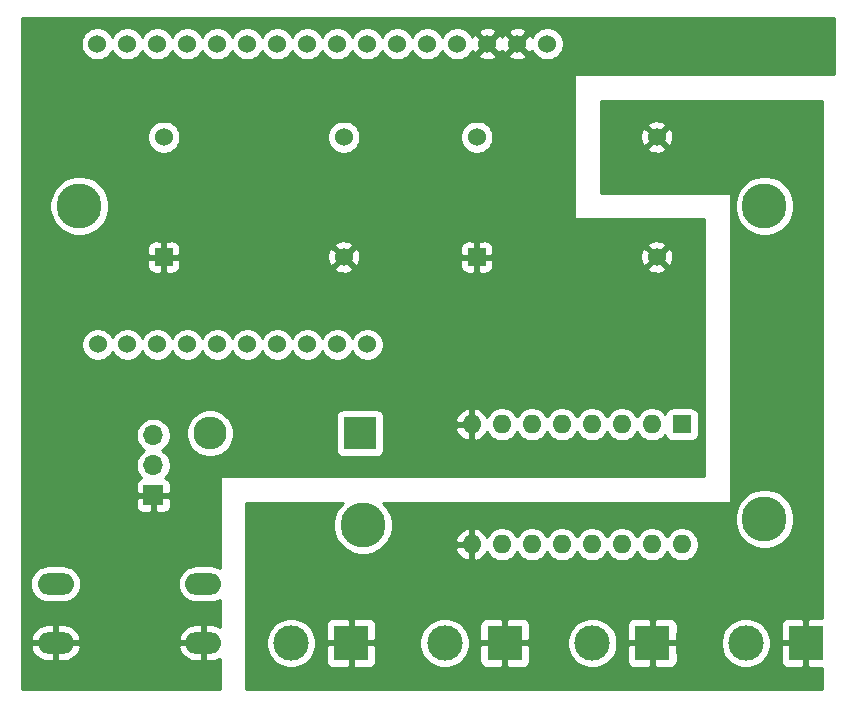
<source format=gbr>
%TF.GenerationSoftware,KiCad,Pcbnew,5.1.5+dfsg1-2build2*%
%TF.CreationDate,2020-08-25T19:56:10-04:00*%
%TF.ProjectId,esp-toy,6573702d-746f-4792-9e6b-696361645f70,rev?*%
%TF.SameCoordinates,Original*%
%TF.FileFunction,Copper,L2,Bot*%
%TF.FilePolarity,Positive*%
%FSLAX46Y46*%
G04 Gerber Fmt 4.6, Leading zero omitted, Abs format (unit mm)*
G04 Created by KiCad (PCBNEW 5.1.5+dfsg1-2build2) date 2020-08-25 19:56:10*
%MOMM*%
%LPD*%
G04 APERTURE LIST*
%TA.AperFunction,ComponentPad*%
%ADD10C,1.524000*%
%TD*%
%TA.AperFunction,ComponentPad*%
%ADD11R,1.524000X1.524000*%
%TD*%
%TA.AperFunction,ComponentPad*%
%ADD12C,3.000000*%
%TD*%
%TA.AperFunction,ComponentPad*%
%ADD13R,3.000000X3.000000*%
%TD*%
%TA.AperFunction,ComponentPad*%
%ADD14C,3.800000*%
%TD*%
%TA.AperFunction,ComponentPad*%
%ADD15O,1.600000X1.600000*%
%TD*%
%TA.AperFunction,ComponentPad*%
%ADD16R,1.600000X1.600000*%
%TD*%
%TA.AperFunction,ComponentPad*%
%ADD17O,3.048000X1.850000*%
%TD*%
%TA.AperFunction,ComponentPad*%
%ADD18O,2.800000X2.800000*%
%TD*%
%TA.AperFunction,ComponentPad*%
%ADD19R,2.800000X2.800000*%
%TD*%
%TA.AperFunction,ComponentPad*%
%ADD20O,1.700000X1.700000*%
%TD*%
%TA.AperFunction,ComponentPad*%
%ADD21R,1.700000X1.700000*%
%TD*%
%TA.AperFunction,ViaPad*%
%ADD22C,0.685800*%
%TD*%
%TA.AperFunction,Conductor*%
%ADD23C,0.254000*%
%TD*%
G04 APERTURE END LIST*
D10*
%TO.P,A2,4*%
%TO.N,GND*%
X169874000Y-90826000D03*
%TO.P,A2,3*%
%TO.N,VCC*%
X169874000Y-80666000D03*
%TO.P,A2,2*%
%TO.N,/DC_IN*%
X154634000Y-80666000D03*
D11*
%TO.P,A2,1*%
%TO.N,GND*%
X154634000Y-90826000D03*
%TD*%
D10*
%TO.P,A1,4*%
%TO.N,GND*%
X143374000Y-90826000D03*
%TO.P,A1,3*%
%TO.N,/5V_2*%
X143374000Y-80666000D03*
%TO.P,A1,2*%
%TO.N,/DC_IN*%
X128134000Y-80666000D03*
D11*
%TO.P,A1,1*%
%TO.N,GND*%
X128134000Y-90826000D03*
%TD*%
D12*
%TO.P,J5,2*%
%TO.N,Net-(J5-Pad2)*%
X138920000Y-123500000D03*
D13*
%TO.P,J5,1*%
%TO.N,VCC*%
X144000000Y-123500000D03*
%TD*%
D14*
%TO.P,H4,1*%
%TO.N,N/C*%
X179000000Y-113000000D03*
%TD*%
%TO.P,H3,1*%
%TO.N,N/C*%
X145000000Y-113500000D03*
%TD*%
%TO.P,H2,1*%
%TO.N,N/C*%
X121000000Y-86500000D03*
%TD*%
%TO.P,H1,1*%
%TO.N,N/C*%
X179000000Y-86500000D03*
%TD*%
D10*
%TO.P,A3,26*%
%TO.N,Net-(A3-Pad26)*%
X122500000Y-72770000D03*
%TO.P,A3,25*%
%TO.N,Net-(A3-Pad25)*%
X125040000Y-72770000D03*
%TO.P,A3,24*%
%TO.N,Net-(A3-Pad24)*%
X127580000Y-72770000D03*
%TO.P,A3,23*%
%TO.N,Net-(A3-Pad23)*%
X130120000Y-72770000D03*
%TO.P,A3,21*%
%TO.N,Net-(A3-Pad21)*%
X135200000Y-72770000D03*
%TO.P,A3,22*%
%TO.N,Net-(A3-Pad22)*%
X132660000Y-72770000D03*
%TO.P,A3,20*%
%TO.N,Net-(A3-Pad20)*%
X137740000Y-72770000D03*
%TO.P,A3,19*%
%TO.N,Net-(A3-Pad19)*%
X140280000Y-72770000D03*
%TO.P,A3,18*%
%TO.N,Net-(A3-Pad18)*%
X142820000Y-72770000D03*
%TO.P,A3,17*%
%TO.N,Net-(A3-Pad17)*%
X145360000Y-72770000D03*
%TO.P,A3,16*%
%TO.N,Net-(A3-Pad16)*%
X147900000Y-72770000D03*
%TO.P,A3,15*%
%TO.N,Net-(A3-Pad15)*%
X150440000Y-72770000D03*
%TO.P,A3,14*%
%TO.N,Net-(A3-Pad14)*%
X152980000Y-72770000D03*
%TO.P,A3,13*%
%TO.N,GND*%
X155520000Y-72770000D03*
%TO.P,A3,12*%
X158060000Y-72770000D03*
%TO.P,A3,11*%
%TO.N,/5V_2*%
X160600000Y-72770000D03*
%TO.P,A3,10*%
X145360000Y-98230000D03*
%TO.P,A3,9*%
%TO.N,Net-(A3-Pad9)*%
X142820000Y-98230000D03*
%TO.P,A3,8*%
%TO.N,Net-(A3-Pad8)*%
X140280000Y-98230000D03*
%TO.P,A3,7*%
%TO.N,Net-(A3-Pad7)*%
X137740000Y-98230000D03*
%TO.P,A3,6*%
%TO.N,Net-(A3-Pad6)*%
X135200000Y-98230000D03*
%TO.P,A3,5*%
%TO.N,Net-(A3-Pad5)*%
X132660000Y-98230000D03*
%TO.P,A3,4*%
%TO.N,Net-(A3-Pad4)*%
X130120000Y-98230000D03*
%TO.P,A3,3*%
%TO.N,Net-(A3-Pad3)*%
X127580000Y-98230000D03*
%TO.P,A3,2*%
%TO.N,Net-(A3-Pad2)*%
X125040000Y-98230000D03*
%TO.P,A3,1*%
%TO.N,Net-(A3-Pad1)*%
X122560000Y-98230000D03*
%TD*%
D15*
%TO.P,U1,16*%
%TO.N,Net-(J2-Pad2)*%
X172000000Y-115160000D03*
%TO.P,U1,8*%
%TO.N,GND*%
X154220000Y-105000000D03*
%TO.P,U1,15*%
%TO.N,Net-(J3-Pad2)*%
X169460000Y-115160000D03*
%TO.P,U1,7*%
%TO.N,Net-(U1-Pad7)*%
X156760000Y-105000000D03*
%TO.P,U1,14*%
%TO.N,Net-(J4-Pad2)*%
X166920000Y-115160000D03*
%TO.P,U1,6*%
%TO.N,Net-(U1-Pad6)*%
X159300000Y-105000000D03*
%TO.P,U1,13*%
%TO.N,Net-(J5-Pad2)*%
X164380000Y-115160000D03*
%TO.P,U1,5*%
%TO.N,Net-(U1-Pad5)*%
X161840000Y-105000000D03*
%TO.P,U1,12*%
%TO.N,Net-(U1-Pad12)*%
X161840000Y-115160000D03*
%TO.P,U1,4*%
%TO.N,Net-(A3-Pad2)*%
X164380000Y-105000000D03*
%TO.P,U1,11*%
%TO.N,Net-(U1-Pad11)*%
X159300000Y-115160000D03*
%TO.P,U1,3*%
%TO.N,Net-(A3-Pad3)*%
X166920000Y-105000000D03*
%TO.P,U1,10*%
%TO.N,Net-(U1-Pad10)*%
X156760000Y-115160000D03*
%TO.P,U1,2*%
%TO.N,Net-(A3-Pad25)*%
X169460000Y-105000000D03*
%TO.P,U1,9*%
%TO.N,VCC*%
X154220000Y-115160000D03*
D16*
%TO.P,U1,1*%
%TO.N,Net-(A3-Pad21)*%
X172000000Y-105000000D03*
%TD*%
D17*
%TO.P,SW1,2*%
%TO.N,GND*%
X118986000Y-123500000D03*
%TO.P,SW1,1*%
%TO.N,Net-(A3-Pad18)*%
X118986000Y-118500000D03*
%TO.P,SW1,2*%
%TO.N,GND*%
X131486000Y-123500000D03*
%TO.P,SW1,1*%
%TO.N,Net-(A3-Pad18)*%
X131486000Y-118500000D03*
%TD*%
D12*
%TO.P,J4,2*%
%TO.N,Net-(J4-Pad2)*%
X151920000Y-123500000D03*
D13*
%TO.P,J4,1*%
%TO.N,VCC*%
X157000000Y-123500000D03*
%TD*%
D12*
%TO.P,J3,2*%
%TO.N,Net-(J3-Pad2)*%
X164420000Y-123500000D03*
D13*
%TO.P,J3,1*%
%TO.N,VCC*%
X169500000Y-123500000D03*
%TD*%
D12*
%TO.P,J2,2*%
%TO.N,Net-(J2-Pad2)*%
X177420000Y-123500000D03*
D13*
%TO.P,J2,1*%
%TO.N,VCC*%
X182500000Y-123500000D03*
%TD*%
D18*
%TO.P,D1,2*%
%TO.N,/VRAW*%
X132050000Y-105750000D03*
D19*
%TO.P,D1,1*%
%TO.N,/DC_IN*%
X144750000Y-105750000D03*
%TD*%
D20*
%TO.P,J1,3*%
%TO.N,/VRAW*%
X127250000Y-105920000D03*
%TO.P,J1,2*%
%TO.N,Net-(J1-Pad2)*%
X127250000Y-108460000D03*
D21*
%TO.P,J1,1*%
%TO.N,GND*%
X127250000Y-111000000D03*
%TD*%
D22*
%TO.N,GND*%
X139500000Y-80500000D03*
X139500000Y-85500000D03*
X120000000Y-77500000D03*
X120000000Y-90000000D03*
X120000000Y-96500000D03*
X117000000Y-107000000D03*
X132000000Y-126500000D03*
X119000000Y-126500000D03*
X117000000Y-113500000D03*
X128000000Y-93500000D03*
X132000000Y-93500000D03*
X135500000Y-93500000D03*
X139500000Y-93500000D03*
X143000000Y-93500000D03*
X146000000Y-93500000D03*
X149500000Y-93500000D03*
X152500000Y-93500000D03*
X130500000Y-89500000D03*
X134000000Y-89500000D03*
X137500000Y-89500000D03*
X148000000Y-89500000D03*
X151000000Y-89500000D03*
X166500000Y-93000000D03*
X172000000Y-93000000D03*
X166500000Y-89000000D03*
X172000000Y-89000000D03*
X130000000Y-112000000D03*
X124500000Y-112500000D03*
X154000000Y-101500000D03*
X154000000Y-107500000D03*
X150000000Y-105000000D03*
X178400000Y-73400000D03*
%TO.N,VCC*%
X136500000Y-126000000D03*
X164000000Y-117500000D03*
%TD*%
D23*
%TO.N,VCC*%
G36*
X183873000Y-121362249D02*
G01*
X182785750Y-121365000D01*
X182627000Y-121523750D01*
X182627000Y-123373000D01*
X182647000Y-123373000D01*
X182647000Y-123627000D01*
X182627000Y-123627000D01*
X182627000Y-125476250D01*
X182785750Y-125635000D01*
X183873000Y-125637751D01*
X183873000Y-127373000D01*
X135127000Y-127373000D01*
X135127000Y-123289721D01*
X136785000Y-123289721D01*
X136785000Y-123710279D01*
X136867047Y-124122756D01*
X137027988Y-124511302D01*
X137261637Y-124860983D01*
X137559017Y-125158363D01*
X137908698Y-125392012D01*
X138297244Y-125552953D01*
X138709721Y-125635000D01*
X139130279Y-125635000D01*
X139542756Y-125552953D01*
X139931302Y-125392012D01*
X140280983Y-125158363D01*
X140439346Y-125000000D01*
X141861928Y-125000000D01*
X141874188Y-125124482D01*
X141910498Y-125244180D01*
X141969463Y-125354494D01*
X142048815Y-125451185D01*
X142145506Y-125530537D01*
X142255820Y-125589502D01*
X142375518Y-125625812D01*
X142500000Y-125638072D01*
X143714250Y-125635000D01*
X143873000Y-125476250D01*
X143873000Y-123627000D01*
X144127000Y-123627000D01*
X144127000Y-125476250D01*
X144285750Y-125635000D01*
X145500000Y-125638072D01*
X145624482Y-125625812D01*
X145744180Y-125589502D01*
X145854494Y-125530537D01*
X145951185Y-125451185D01*
X146030537Y-125354494D01*
X146089502Y-125244180D01*
X146125812Y-125124482D01*
X146138072Y-125000000D01*
X146135000Y-123785750D01*
X145976250Y-123627000D01*
X144127000Y-123627000D01*
X143873000Y-123627000D01*
X142023750Y-123627000D01*
X141865000Y-123785750D01*
X141861928Y-125000000D01*
X140439346Y-125000000D01*
X140578363Y-124860983D01*
X140812012Y-124511302D01*
X140972953Y-124122756D01*
X141055000Y-123710279D01*
X141055000Y-123289721D01*
X140972953Y-122877244D01*
X140812012Y-122488698D01*
X140578363Y-122139017D01*
X140439346Y-122000000D01*
X141861928Y-122000000D01*
X141865000Y-123214250D01*
X142023750Y-123373000D01*
X143873000Y-123373000D01*
X143873000Y-121523750D01*
X144127000Y-121523750D01*
X144127000Y-123373000D01*
X145976250Y-123373000D01*
X146059529Y-123289721D01*
X149785000Y-123289721D01*
X149785000Y-123710279D01*
X149867047Y-124122756D01*
X150027988Y-124511302D01*
X150261637Y-124860983D01*
X150559017Y-125158363D01*
X150908698Y-125392012D01*
X151297244Y-125552953D01*
X151709721Y-125635000D01*
X152130279Y-125635000D01*
X152542756Y-125552953D01*
X152931302Y-125392012D01*
X153280983Y-125158363D01*
X153439346Y-125000000D01*
X154861928Y-125000000D01*
X154874188Y-125124482D01*
X154910498Y-125244180D01*
X154969463Y-125354494D01*
X155048815Y-125451185D01*
X155145506Y-125530537D01*
X155255820Y-125589502D01*
X155375518Y-125625812D01*
X155500000Y-125638072D01*
X156714250Y-125635000D01*
X156873000Y-125476250D01*
X156873000Y-123627000D01*
X157127000Y-123627000D01*
X157127000Y-125476250D01*
X157285750Y-125635000D01*
X158500000Y-125638072D01*
X158624482Y-125625812D01*
X158744180Y-125589502D01*
X158854494Y-125530537D01*
X158951185Y-125451185D01*
X159030537Y-125354494D01*
X159089502Y-125244180D01*
X159125812Y-125124482D01*
X159138072Y-125000000D01*
X159135000Y-123785750D01*
X158976250Y-123627000D01*
X157127000Y-123627000D01*
X156873000Y-123627000D01*
X155023750Y-123627000D01*
X154865000Y-123785750D01*
X154861928Y-125000000D01*
X153439346Y-125000000D01*
X153578363Y-124860983D01*
X153812012Y-124511302D01*
X153972953Y-124122756D01*
X154055000Y-123710279D01*
X154055000Y-123289721D01*
X153972953Y-122877244D01*
X153812012Y-122488698D01*
X153578363Y-122139017D01*
X153439346Y-122000000D01*
X154861928Y-122000000D01*
X154865000Y-123214250D01*
X155023750Y-123373000D01*
X156873000Y-123373000D01*
X156873000Y-121523750D01*
X157127000Y-121523750D01*
X157127000Y-123373000D01*
X158976250Y-123373000D01*
X159059529Y-123289721D01*
X162285000Y-123289721D01*
X162285000Y-123710279D01*
X162367047Y-124122756D01*
X162527988Y-124511302D01*
X162761637Y-124860983D01*
X163059017Y-125158363D01*
X163408698Y-125392012D01*
X163797244Y-125552953D01*
X164209721Y-125635000D01*
X164630279Y-125635000D01*
X165042756Y-125552953D01*
X165431302Y-125392012D01*
X165780983Y-125158363D01*
X165939346Y-125000000D01*
X167361928Y-125000000D01*
X167374188Y-125124482D01*
X167410498Y-125244180D01*
X167469463Y-125354494D01*
X167548815Y-125451185D01*
X167645506Y-125530537D01*
X167755820Y-125589502D01*
X167875518Y-125625812D01*
X168000000Y-125638072D01*
X169214250Y-125635000D01*
X169373000Y-125476250D01*
X169373000Y-123627000D01*
X169627000Y-123627000D01*
X169627000Y-125476250D01*
X169785750Y-125635000D01*
X171000000Y-125638072D01*
X171124482Y-125625812D01*
X171244180Y-125589502D01*
X171354494Y-125530537D01*
X171451185Y-125451185D01*
X171530537Y-125354494D01*
X171589502Y-125244180D01*
X171625812Y-125124482D01*
X171638072Y-125000000D01*
X171635000Y-123785750D01*
X171476250Y-123627000D01*
X169627000Y-123627000D01*
X169373000Y-123627000D01*
X167523750Y-123627000D01*
X167365000Y-123785750D01*
X167361928Y-125000000D01*
X165939346Y-125000000D01*
X166078363Y-124860983D01*
X166312012Y-124511302D01*
X166472953Y-124122756D01*
X166555000Y-123710279D01*
X166555000Y-123289721D01*
X166472953Y-122877244D01*
X166312012Y-122488698D01*
X166078363Y-122139017D01*
X165939346Y-122000000D01*
X167361928Y-122000000D01*
X167365000Y-123214250D01*
X167523750Y-123373000D01*
X169373000Y-123373000D01*
X169373000Y-121523750D01*
X169627000Y-121523750D01*
X169627000Y-123373000D01*
X171476250Y-123373000D01*
X171559529Y-123289721D01*
X175285000Y-123289721D01*
X175285000Y-123710279D01*
X175367047Y-124122756D01*
X175527988Y-124511302D01*
X175761637Y-124860983D01*
X176059017Y-125158363D01*
X176408698Y-125392012D01*
X176797244Y-125552953D01*
X177209721Y-125635000D01*
X177630279Y-125635000D01*
X178042756Y-125552953D01*
X178431302Y-125392012D01*
X178780983Y-125158363D01*
X178939346Y-125000000D01*
X180361928Y-125000000D01*
X180374188Y-125124482D01*
X180410498Y-125244180D01*
X180469463Y-125354494D01*
X180548815Y-125451185D01*
X180645506Y-125530537D01*
X180755820Y-125589502D01*
X180875518Y-125625812D01*
X181000000Y-125638072D01*
X182214250Y-125635000D01*
X182373000Y-125476250D01*
X182373000Y-123627000D01*
X180523750Y-123627000D01*
X180365000Y-123785750D01*
X180361928Y-125000000D01*
X178939346Y-125000000D01*
X179078363Y-124860983D01*
X179312012Y-124511302D01*
X179472953Y-124122756D01*
X179555000Y-123710279D01*
X179555000Y-123289721D01*
X179472953Y-122877244D01*
X179312012Y-122488698D01*
X179078363Y-122139017D01*
X178939346Y-122000000D01*
X180361928Y-122000000D01*
X180365000Y-123214250D01*
X180523750Y-123373000D01*
X182373000Y-123373000D01*
X182373000Y-121523750D01*
X182214250Y-121365000D01*
X181000000Y-121361928D01*
X180875518Y-121374188D01*
X180755820Y-121410498D01*
X180645506Y-121469463D01*
X180548815Y-121548815D01*
X180469463Y-121645506D01*
X180410498Y-121755820D01*
X180374188Y-121875518D01*
X180361928Y-122000000D01*
X178939346Y-122000000D01*
X178780983Y-121841637D01*
X178431302Y-121607988D01*
X178042756Y-121447047D01*
X177630279Y-121365000D01*
X177209721Y-121365000D01*
X176797244Y-121447047D01*
X176408698Y-121607988D01*
X176059017Y-121841637D01*
X175761637Y-122139017D01*
X175527988Y-122488698D01*
X175367047Y-122877244D01*
X175285000Y-123289721D01*
X171559529Y-123289721D01*
X171635000Y-123214250D01*
X171638072Y-122000000D01*
X171625812Y-121875518D01*
X171589502Y-121755820D01*
X171530537Y-121645506D01*
X171451185Y-121548815D01*
X171354494Y-121469463D01*
X171244180Y-121410498D01*
X171124482Y-121374188D01*
X171000000Y-121361928D01*
X169785750Y-121365000D01*
X169627000Y-121523750D01*
X169373000Y-121523750D01*
X169214250Y-121365000D01*
X168000000Y-121361928D01*
X167875518Y-121374188D01*
X167755820Y-121410498D01*
X167645506Y-121469463D01*
X167548815Y-121548815D01*
X167469463Y-121645506D01*
X167410498Y-121755820D01*
X167374188Y-121875518D01*
X167361928Y-122000000D01*
X165939346Y-122000000D01*
X165780983Y-121841637D01*
X165431302Y-121607988D01*
X165042756Y-121447047D01*
X164630279Y-121365000D01*
X164209721Y-121365000D01*
X163797244Y-121447047D01*
X163408698Y-121607988D01*
X163059017Y-121841637D01*
X162761637Y-122139017D01*
X162527988Y-122488698D01*
X162367047Y-122877244D01*
X162285000Y-123289721D01*
X159059529Y-123289721D01*
X159135000Y-123214250D01*
X159138072Y-122000000D01*
X159125812Y-121875518D01*
X159089502Y-121755820D01*
X159030537Y-121645506D01*
X158951185Y-121548815D01*
X158854494Y-121469463D01*
X158744180Y-121410498D01*
X158624482Y-121374188D01*
X158500000Y-121361928D01*
X157285750Y-121365000D01*
X157127000Y-121523750D01*
X156873000Y-121523750D01*
X156714250Y-121365000D01*
X155500000Y-121361928D01*
X155375518Y-121374188D01*
X155255820Y-121410498D01*
X155145506Y-121469463D01*
X155048815Y-121548815D01*
X154969463Y-121645506D01*
X154910498Y-121755820D01*
X154874188Y-121875518D01*
X154861928Y-122000000D01*
X153439346Y-122000000D01*
X153280983Y-121841637D01*
X152931302Y-121607988D01*
X152542756Y-121447047D01*
X152130279Y-121365000D01*
X151709721Y-121365000D01*
X151297244Y-121447047D01*
X150908698Y-121607988D01*
X150559017Y-121841637D01*
X150261637Y-122139017D01*
X150027988Y-122488698D01*
X149867047Y-122877244D01*
X149785000Y-123289721D01*
X146059529Y-123289721D01*
X146135000Y-123214250D01*
X146138072Y-122000000D01*
X146125812Y-121875518D01*
X146089502Y-121755820D01*
X146030537Y-121645506D01*
X145951185Y-121548815D01*
X145854494Y-121469463D01*
X145744180Y-121410498D01*
X145624482Y-121374188D01*
X145500000Y-121361928D01*
X144285750Y-121365000D01*
X144127000Y-121523750D01*
X143873000Y-121523750D01*
X143714250Y-121365000D01*
X142500000Y-121361928D01*
X142375518Y-121374188D01*
X142255820Y-121410498D01*
X142145506Y-121469463D01*
X142048815Y-121548815D01*
X141969463Y-121645506D01*
X141910498Y-121755820D01*
X141874188Y-121875518D01*
X141861928Y-122000000D01*
X140439346Y-122000000D01*
X140280983Y-121841637D01*
X139931302Y-121607988D01*
X139542756Y-121447047D01*
X139130279Y-121365000D01*
X138709721Y-121365000D01*
X138297244Y-121447047D01*
X137908698Y-121607988D01*
X137559017Y-121841637D01*
X137261637Y-122139017D01*
X137027988Y-122488698D01*
X136867047Y-122877244D01*
X136785000Y-123289721D01*
X135127000Y-123289721D01*
X135127000Y-111627000D01*
X143287969Y-111627000D01*
X143030937Y-111884032D01*
X142753512Y-112299227D01*
X142562418Y-112760568D01*
X142465000Y-113250324D01*
X142465000Y-113749676D01*
X142562418Y-114239432D01*
X142753512Y-114700773D01*
X143030937Y-115115968D01*
X143384032Y-115469063D01*
X143799227Y-115746488D01*
X144260568Y-115937582D01*
X144750324Y-116035000D01*
X145249676Y-116035000D01*
X145739432Y-115937582D01*
X146200773Y-115746488D01*
X146556138Y-115509040D01*
X152828091Y-115509040D01*
X152922930Y-115773881D01*
X153067615Y-116015131D01*
X153256586Y-116223519D01*
X153482580Y-116391037D01*
X153736913Y-116511246D01*
X153870961Y-116551904D01*
X154093000Y-116429915D01*
X154093000Y-115287000D01*
X152949376Y-115287000D01*
X152828091Y-115509040D01*
X146556138Y-115509040D01*
X146615968Y-115469063D01*
X146969063Y-115115968D01*
X147172863Y-114810960D01*
X152828091Y-114810960D01*
X152949376Y-115033000D01*
X154093000Y-115033000D01*
X154093000Y-113890085D01*
X154347000Y-113890085D01*
X154347000Y-115033000D01*
X154367000Y-115033000D01*
X154367000Y-115287000D01*
X154347000Y-115287000D01*
X154347000Y-116429915D01*
X154569039Y-116551904D01*
X154703087Y-116511246D01*
X154957420Y-116391037D01*
X155183414Y-116223519D01*
X155372385Y-116015131D01*
X155483933Y-115829135D01*
X155488320Y-115839727D01*
X155645363Y-116074759D01*
X155845241Y-116274637D01*
X156080273Y-116431680D01*
X156341426Y-116539853D01*
X156618665Y-116595000D01*
X156901335Y-116595000D01*
X157178574Y-116539853D01*
X157439727Y-116431680D01*
X157674759Y-116274637D01*
X157874637Y-116074759D01*
X158030000Y-115842241D01*
X158185363Y-116074759D01*
X158385241Y-116274637D01*
X158620273Y-116431680D01*
X158881426Y-116539853D01*
X159158665Y-116595000D01*
X159441335Y-116595000D01*
X159718574Y-116539853D01*
X159979727Y-116431680D01*
X160214759Y-116274637D01*
X160414637Y-116074759D01*
X160570000Y-115842241D01*
X160725363Y-116074759D01*
X160925241Y-116274637D01*
X161160273Y-116431680D01*
X161421426Y-116539853D01*
X161698665Y-116595000D01*
X161981335Y-116595000D01*
X162258574Y-116539853D01*
X162519727Y-116431680D01*
X162754759Y-116274637D01*
X162954637Y-116074759D01*
X163110000Y-115842241D01*
X163265363Y-116074759D01*
X163465241Y-116274637D01*
X163700273Y-116431680D01*
X163961426Y-116539853D01*
X164238665Y-116595000D01*
X164521335Y-116595000D01*
X164798574Y-116539853D01*
X165059727Y-116431680D01*
X165294759Y-116274637D01*
X165494637Y-116074759D01*
X165650000Y-115842241D01*
X165805363Y-116074759D01*
X166005241Y-116274637D01*
X166240273Y-116431680D01*
X166501426Y-116539853D01*
X166778665Y-116595000D01*
X167061335Y-116595000D01*
X167338574Y-116539853D01*
X167599727Y-116431680D01*
X167834759Y-116274637D01*
X168034637Y-116074759D01*
X168190000Y-115842241D01*
X168345363Y-116074759D01*
X168545241Y-116274637D01*
X168780273Y-116431680D01*
X169041426Y-116539853D01*
X169318665Y-116595000D01*
X169601335Y-116595000D01*
X169878574Y-116539853D01*
X170139727Y-116431680D01*
X170374759Y-116274637D01*
X170574637Y-116074759D01*
X170730000Y-115842241D01*
X170885363Y-116074759D01*
X171085241Y-116274637D01*
X171320273Y-116431680D01*
X171581426Y-116539853D01*
X171858665Y-116595000D01*
X172141335Y-116595000D01*
X172418574Y-116539853D01*
X172679727Y-116431680D01*
X172914759Y-116274637D01*
X173114637Y-116074759D01*
X173271680Y-115839727D01*
X173379853Y-115578574D01*
X173435000Y-115301335D01*
X173435000Y-115018665D01*
X173379853Y-114741426D01*
X173271680Y-114480273D01*
X173114637Y-114245241D01*
X172914759Y-114045363D01*
X172679727Y-113888320D01*
X172418574Y-113780147D01*
X172141335Y-113725000D01*
X171858665Y-113725000D01*
X171581426Y-113780147D01*
X171320273Y-113888320D01*
X171085241Y-114045363D01*
X170885363Y-114245241D01*
X170730000Y-114477759D01*
X170574637Y-114245241D01*
X170374759Y-114045363D01*
X170139727Y-113888320D01*
X169878574Y-113780147D01*
X169601335Y-113725000D01*
X169318665Y-113725000D01*
X169041426Y-113780147D01*
X168780273Y-113888320D01*
X168545241Y-114045363D01*
X168345363Y-114245241D01*
X168190000Y-114477759D01*
X168034637Y-114245241D01*
X167834759Y-114045363D01*
X167599727Y-113888320D01*
X167338574Y-113780147D01*
X167061335Y-113725000D01*
X166778665Y-113725000D01*
X166501426Y-113780147D01*
X166240273Y-113888320D01*
X166005241Y-114045363D01*
X165805363Y-114245241D01*
X165650000Y-114477759D01*
X165494637Y-114245241D01*
X165294759Y-114045363D01*
X165059727Y-113888320D01*
X164798574Y-113780147D01*
X164521335Y-113725000D01*
X164238665Y-113725000D01*
X163961426Y-113780147D01*
X163700273Y-113888320D01*
X163465241Y-114045363D01*
X163265363Y-114245241D01*
X163110000Y-114477759D01*
X162954637Y-114245241D01*
X162754759Y-114045363D01*
X162519727Y-113888320D01*
X162258574Y-113780147D01*
X161981335Y-113725000D01*
X161698665Y-113725000D01*
X161421426Y-113780147D01*
X161160273Y-113888320D01*
X160925241Y-114045363D01*
X160725363Y-114245241D01*
X160570000Y-114477759D01*
X160414637Y-114245241D01*
X160214759Y-114045363D01*
X159979727Y-113888320D01*
X159718574Y-113780147D01*
X159441335Y-113725000D01*
X159158665Y-113725000D01*
X158881426Y-113780147D01*
X158620273Y-113888320D01*
X158385241Y-114045363D01*
X158185363Y-114245241D01*
X158030000Y-114477759D01*
X157874637Y-114245241D01*
X157674759Y-114045363D01*
X157439727Y-113888320D01*
X157178574Y-113780147D01*
X156901335Y-113725000D01*
X156618665Y-113725000D01*
X156341426Y-113780147D01*
X156080273Y-113888320D01*
X155845241Y-114045363D01*
X155645363Y-114245241D01*
X155488320Y-114480273D01*
X155483933Y-114490865D01*
X155372385Y-114304869D01*
X155183414Y-114096481D01*
X154957420Y-113928963D01*
X154703087Y-113808754D01*
X154569039Y-113768096D01*
X154347000Y-113890085D01*
X154093000Y-113890085D01*
X153870961Y-113768096D01*
X153736913Y-113808754D01*
X153482580Y-113928963D01*
X153256586Y-114096481D01*
X153067615Y-114304869D01*
X152922930Y-114546119D01*
X152828091Y-114810960D01*
X147172863Y-114810960D01*
X147246488Y-114700773D01*
X147437582Y-114239432D01*
X147535000Y-113749676D01*
X147535000Y-113250324D01*
X147437582Y-112760568D01*
X147433339Y-112750324D01*
X176465000Y-112750324D01*
X176465000Y-113249676D01*
X176562418Y-113739432D01*
X176753512Y-114200773D01*
X177030937Y-114615968D01*
X177384032Y-114969063D01*
X177799227Y-115246488D01*
X178260568Y-115437582D01*
X178750324Y-115535000D01*
X179249676Y-115535000D01*
X179739432Y-115437582D01*
X180200773Y-115246488D01*
X180615968Y-114969063D01*
X180969063Y-114615968D01*
X181246488Y-114200773D01*
X181437582Y-113739432D01*
X181535000Y-113249676D01*
X181535000Y-112750324D01*
X181437582Y-112260568D01*
X181246488Y-111799227D01*
X180969063Y-111384032D01*
X180615968Y-111030937D01*
X180200773Y-110753512D01*
X179739432Y-110562418D01*
X179249676Y-110465000D01*
X178750324Y-110465000D01*
X178260568Y-110562418D01*
X177799227Y-110753512D01*
X177384032Y-111030937D01*
X177030937Y-111384032D01*
X176753512Y-111799227D01*
X176562418Y-112260568D01*
X176465000Y-112750324D01*
X147433339Y-112750324D01*
X147246488Y-112299227D01*
X146969063Y-111884032D01*
X146712031Y-111627000D01*
X176000000Y-111627000D01*
X176024776Y-111624560D01*
X176048601Y-111617333D01*
X176070557Y-111605597D01*
X176089803Y-111589803D01*
X176105597Y-111570557D01*
X176117333Y-111548601D01*
X176124560Y-111524776D01*
X176127000Y-111500000D01*
X176127000Y-86250324D01*
X176465000Y-86250324D01*
X176465000Y-86749676D01*
X176562418Y-87239432D01*
X176753512Y-87700773D01*
X177030937Y-88115968D01*
X177384032Y-88469063D01*
X177799227Y-88746488D01*
X178260568Y-88937582D01*
X178750324Y-89035000D01*
X179249676Y-89035000D01*
X179739432Y-88937582D01*
X180200773Y-88746488D01*
X180615968Y-88469063D01*
X180969063Y-88115968D01*
X181246488Y-87700773D01*
X181437582Y-87239432D01*
X181535000Y-86749676D01*
X181535000Y-86250324D01*
X181437582Y-85760568D01*
X181246488Y-85299227D01*
X180969063Y-84884032D01*
X180615968Y-84530937D01*
X180200773Y-84253512D01*
X179739432Y-84062418D01*
X179249676Y-83965000D01*
X178750324Y-83965000D01*
X178260568Y-84062418D01*
X177799227Y-84253512D01*
X177384032Y-84530937D01*
X177030937Y-84884032D01*
X176753512Y-85299227D01*
X176562418Y-85760568D01*
X176465000Y-86250324D01*
X176127000Y-86250324D01*
X176127000Y-85500000D01*
X176124560Y-85475224D01*
X176117333Y-85451399D01*
X176105597Y-85429443D01*
X176089803Y-85410197D01*
X176070557Y-85394403D01*
X176048601Y-85382667D01*
X176024776Y-85375440D01*
X176000000Y-85373000D01*
X165127000Y-85373000D01*
X165127000Y-81631565D01*
X169088040Y-81631565D01*
X169155020Y-81871656D01*
X169404048Y-81988756D01*
X169671135Y-82055023D01*
X169946017Y-82067910D01*
X170218133Y-82026922D01*
X170477023Y-81933636D01*
X170592980Y-81871656D01*
X170659960Y-81631565D01*
X169874000Y-80845605D01*
X169088040Y-81631565D01*
X165127000Y-81631565D01*
X165127000Y-80738017D01*
X168472090Y-80738017D01*
X168513078Y-81010133D01*
X168606364Y-81269023D01*
X168668344Y-81384980D01*
X168908435Y-81451960D01*
X169694395Y-80666000D01*
X170053605Y-80666000D01*
X170839565Y-81451960D01*
X171079656Y-81384980D01*
X171196756Y-81135952D01*
X171263023Y-80868865D01*
X171275910Y-80593983D01*
X171234922Y-80321867D01*
X171141636Y-80062977D01*
X171079656Y-79947020D01*
X170839565Y-79880040D01*
X170053605Y-80666000D01*
X169694395Y-80666000D01*
X168908435Y-79880040D01*
X168668344Y-79947020D01*
X168551244Y-80196048D01*
X168484977Y-80463135D01*
X168472090Y-80738017D01*
X165127000Y-80738017D01*
X165127000Y-79700435D01*
X169088040Y-79700435D01*
X169874000Y-80486395D01*
X170659960Y-79700435D01*
X170592980Y-79460344D01*
X170343952Y-79343244D01*
X170076865Y-79276977D01*
X169801983Y-79264090D01*
X169529867Y-79305078D01*
X169270977Y-79398364D01*
X169155020Y-79460344D01*
X169088040Y-79700435D01*
X165127000Y-79700435D01*
X165127000Y-77627000D01*
X183873000Y-77627000D01*
X183873000Y-121362249D01*
G37*
X183873000Y-121362249D02*
X182785750Y-121365000D01*
X182627000Y-121523750D01*
X182627000Y-123373000D01*
X182647000Y-123373000D01*
X182647000Y-123627000D01*
X182627000Y-123627000D01*
X182627000Y-125476250D01*
X182785750Y-125635000D01*
X183873000Y-125637751D01*
X183873000Y-127373000D01*
X135127000Y-127373000D01*
X135127000Y-123289721D01*
X136785000Y-123289721D01*
X136785000Y-123710279D01*
X136867047Y-124122756D01*
X137027988Y-124511302D01*
X137261637Y-124860983D01*
X137559017Y-125158363D01*
X137908698Y-125392012D01*
X138297244Y-125552953D01*
X138709721Y-125635000D01*
X139130279Y-125635000D01*
X139542756Y-125552953D01*
X139931302Y-125392012D01*
X140280983Y-125158363D01*
X140439346Y-125000000D01*
X141861928Y-125000000D01*
X141874188Y-125124482D01*
X141910498Y-125244180D01*
X141969463Y-125354494D01*
X142048815Y-125451185D01*
X142145506Y-125530537D01*
X142255820Y-125589502D01*
X142375518Y-125625812D01*
X142500000Y-125638072D01*
X143714250Y-125635000D01*
X143873000Y-125476250D01*
X143873000Y-123627000D01*
X144127000Y-123627000D01*
X144127000Y-125476250D01*
X144285750Y-125635000D01*
X145500000Y-125638072D01*
X145624482Y-125625812D01*
X145744180Y-125589502D01*
X145854494Y-125530537D01*
X145951185Y-125451185D01*
X146030537Y-125354494D01*
X146089502Y-125244180D01*
X146125812Y-125124482D01*
X146138072Y-125000000D01*
X146135000Y-123785750D01*
X145976250Y-123627000D01*
X144127000Y-123627000D01*
X143873000Y-123627000D01*
X142023750Y-123627000D01*
X141865000Y-123785750D01*
X141861928Y-125000000D01*
X140439346Y-125000000D01*
X140578363Y-124860983D01*
X140812012Y-124511302D01*
X140972953Y-124122756D01*
X141055000Y-123710279D01*
X141055000Y-123289721D01*
X140972953Y-122877244D01*
X140812012Y-122488698D01*
X140578363Y-122139017D01*
X140439346Y-122000000D01*
X141861928Y-122000000D01*
X141865000Y-123214250D01*
X142023750Y-123373000D01*
X143873000Y-123373000D01*
X143873000Y-121523750D01*
X144127000Y-121523750D01*
X144127000Y-123373000D01*
X145976250Y-123373000D01*
X146059529Y-123289721D01*
X149785000Y-123289721D01*
X149785000Y-123710279D01*
X149867047Y-124122756D01*
X150027988Y-124511302D01*
X150261637Y-124860983D01*
X150559017Y-125158363D01*
X150908698Y-125392012D01*
X151297244Y-125552953D01*
X151709721Y-125635000D01*
X152130279Y-125635000D01*
X152542756Y-125552953D01*
X152931302Y-125392012D01*
X153280983Y-125158363D01*
X153439346Y-125000000D01*
X154861928Y-125000000D01*
X154874188Y-125124482D01*
X154910498Y-125244180D01*
X154969463Y-125354494D01*
X155048815Y-125451185D01*
X155145506Y-125530537D01*
X155255820Y-125589502D01*
X155375518Y-125625812D01*
X155500000Y-125638072D01*
X156714250Y-125635000D01*
X156873000Y-125476250D01*
X156873000Y-123627000D01*
X157127000Y-123627000D01*
X157127000Y-125476250D01*
X157285750Y-125635000D01*
X158500000Y-125638072D01*
X158624482Y-125625812D01*
X158744180Y-125589502D01*
X158854494Y-125530537D01*
X158951185Y-125451185D01*
X159030537Y-125354494D01*
X159089502Y-125244180D01*
X159125812Y-125124482D01*
X159138072Y-125000000D01*
X159135000Y-123785750D01*
X158976250Y-123627000D01*
X157127000Y-123627000D01*
X156873000Y-123627000D01*
X155023750Y-123627000D01*
X154865000Y-123785750D01*
X154861928Y-125000000D01*
X153439346Y-125000000D01*
X153578363Y-124860983D01*
X153812012Y-124511302D01*
X153972953Y-124122756D01*
X154055000Y-123710279D01*
X154055000Y-123289721D01*
X153972953Y-122877244D01*
X153812012Y-122488698D01*
X153578363Y-122139017D01*
X153439346Y-122000000D01*
X154861928Y-122000000D01*
X154865000Y-123214250D01*
X155023750Y-123373000D01*
X156873000Y-123373000D01*
X156873000Y-121523750D01*
X157127000Y-121523750D01*
X157127000Y-123373000D01*
X158976250Y-123373000D01*
X159059529Y-123289721D01*
X162285000Y-123289721D01*
X162285000Y-123710279D01*
X162367047Y-124122756D01*
X162527988Y-124511302D01*
X162761637Y-124860983D01*
X163059017Y-125158363D01*
X163408698Y-125392012D01*
X163797244Y-125552953D01*
X164209721Y-125635000D01*
X164630279Y-125635000D01*
X165042756Y-125552953D01*
X165431302Y-125392012D01*
X165780983Y-125158363D01*
X165939346Y-125000000D01*
X167361928Y-125000000D01*
X167374188Y-125124482D01*
X167410498Y-125244180D01*
X167469463Y-125354494D01*
X167548815Y-125451185D01*
X167645506Y-125530537D01*
X167755820Y-125589502D01*
X167875518Y-125625812D01*
X168000000Y-125638072D01*
X169214250Y-125635000D01*
X169373000Y-125476250D01*
X169373000Y-123627000D01*
X169627000Y-123627000D01*
X169627000Y-125476250D01*
X169785750Y-125635000D01*
X171000000Y-125638072D01*
X171124482Y-125625812D01*
X171244180Y-125589502D01*
X171354494Y-125530537D01*
X171451185Y-125451185D01*
X171530537Y-125354494D01*
X171589502Y-125244180D01*
X171625812Y-125124482D01*
X171638072Y-125000000D01*
X171635000Y-123785750D01*
X171476250Y-123627000D01*
X169627000Y-123627000D01*
X169373000Y-123627000D01*
X167523750Y-123627000D01*
X167365000Y-123785750D01*
X167361928Y-125000000D01*
X165939346Y-125000000D01*
X166078363Y-124860983D01*
X166312012Y-124511302D01*
X166472953Y-124122756D01*
X166555000Y-123710279D01*
X166555000Y-123289721D01*
X166472953Y-122877244D01*
X166312012Y-122488698D01*
X166078363Y-122139017D01*
X165939346Y-122000000D01*
X167361928Y-122000000D01*
X167365000Y-123214250D01*
X167523750Y-123373000D01*
X169373000Y-123373000D01*
X169373000Y-121523750D01*
X169627000Y-121523750D01*
X169627000Y-123373000D01*
X171476250Y-123373000D01*
X171559529Y-123289721D01*
X175285000Y-123289721D01*
X175285000Y-123710279D01*
X175367047Y-124122756D01*
X175527988Y-124511302D01*
X175761637Y-124860983D01*
X176059017Y-125158363D01*
X176408698Y-125392012D01*
X176797244Y-125552953D01*
X177209721Y-125635000D01*
X177630279Y-125635000D01*
X178042756Y-125552953D01*
X178431302Y-125392012D01*
X178780983Y-125158363D01*
X178939346Y-125000000D01*
X180361928Y-125000000D01*
X180374188Y-125124482D01*
X180410498Y-125244180D01*
X180469463Y-125354494D01*
X180548815Y-125451185D01*
X180645506Y-125530537D01*
X180755820Y-125589502D01*
X180875518Y-125625812D01*
X181000000Y-125638072D01*
X182214250Y-125635000D01*
X182373000Y-125476250D01*
X182373000Y-123627000D01*
X180523750Y-123627000D01*
X180365000Y-123785750D01*
X180361928Y-125000000D01*
X178939346Y-125000000D01*
X179078363Y-124860983D01*
X179312012Y-124511302D01*
X179472953Y-124122756D01*
X179555000Y-123710279D01*
X179555000Y-123289721D01*
X179472953Y-122877244D01*
X179312012Y-122488698D01*
X179078363Y-122139017D01*
X178939346Y-122000000D01*
X180361928Y-122000000D01*
X180365000Y-123214250D01*
X180523750Y-123373000D01*
X182373000Y-123373000D01*
X182373000Y-121523750D01*
X182214250Y-121365000D01*
X181000000Y-121361928D01*
X180875518Y-121374188D01*
X180755820Y-121410498D01*
X180645506Y-121469463D01*
X180548815Y-121548815D01*
X180469463Y-121645506D01*
X180410498Y-121755820D01*
X180374188Y-121875518D01*
X180361928Y-122000000D01*
X178939346Y-122000000D01*
X178780983Y-121841637D01*
X178431302Y-121607988D01*
X178042756Y-121447047D01*
X177630279Y-121365000D01*
X177209721Y-121365000D01*
X176797244Y-121447047D01*
X176408698Y-121607988D01*
X176059017Y-121841637D01*
X175761637Y-122139017D01*
X175527988Y-122488698D01*
X175367047Y-122877244D01*
X175285000Y-123289721D01*
X171559529Y-123289721D01*
X171635000Y-123214250D01*
X171638072Y-122000000D01*
X171625812Y-121875518D01*
X171589502Y-121755820D01*
X171530537Y-121645506D01*
X171451185Y-121548815D01*
X171354494Y-121469463D01*
X171244180Y-121410498D01*
X171124482Y-121374188D01*
X171000000Y-121361928D01*
X169785750Y-121365000D01*
X169627000Y-121523750D01*
X169373000Y-121523750D01*
X169214250Y-121365000D01*
X168000000Y-121361928D01*
X167875518Y-121374188D01*
X167755820Y-121410498D01*
X167645506Y-121469463D01*
X167548815Y-121548815D01*
X167469463Y-121645506D01*
X167410498Y-121755820D01*
X167374188Y-121875518D01*
X167361928Y-122000000D01*
X165939346Y-122000000D01*
X165780983Y-121841637D01*
X165431302Y-121607988D01*
X165042756Y-121447047D01*
X164630279Y-121365000D01*
X164209721Y-121365000D01*
X163797244Y-121447047D01*
X163408698Y-121607988D01*
X163059017Y-121841637D01*
X162761637Y-122139017D01*
X162527988Y-122488698D01*
X162367047Y-122877244D01*
X162285000Y-123289721D01*
X159059529Y-123289721D01*
X159135000Y-123214250D01*
X159138072Y-122000000D01*
X159125812Y-121875518D01*
X159089502Y-121755820D01*
X159030537Y-121645506D01*
X158951185Y-121548815D01*
X158854494Y-121469463D01*
X158744180Y-121410498D01*
X158624482Y-121374188D01*
X158500000Y-121361928D01*
X157285750Y-121365000D01*
X157127000Y-121523750D01*
X156873000Y-121523750D01*
X156714250Y-121365000D01*
X155500000Y-121361928D01*
X155375518Y-121374188D01*
X155255820Y-121410498D01*
X155145506Y-121469463D01*
X155048815Y-121548815D01*
X154969463Y-121645506D01*
X154910498Y-121755820D01*
X154874188Y-121875518D01*
X154861928Y-122000000D01*
X153439346Y-122000000D01*
X153280983Y-121841637D01*
X152931302Y-121607988D01*
X152542756Y-121447047D01*
X152130279Y-121365000D01*
X151709721Y-121365000D01*
X151297244Y-121447047D01*
X150908698Y-121607988D01*
X150559017Y-121841637D01*
X150261637Y-122139017D01*
X150027988Y-122488698D01*
X149867047Y-122877244D01*
X149785000Y-123289721D01*
X146059529Y-123289721D01*
X146135000Y-123214250D01*
X146138072Y-122000000D01*
X146125812Y-121875518D01*
X146089502Y-121755820D01*
X146030537Y-121645506D01*
X145951185Y-121548815D01*
X145854494Y-121469463D01*
X145744180Y-121410498D01*
X145624482Y-121374188D01*
X145500000Y-121361928D01*
X144285750Y-121365000D01*
X144127000Y-121523750D01*
X143873000Y-121523750D01*
X143714250Y-121365000D01*
X142500000Y-121361928D01*
X142375518Y-121374188D01*
X142255820Y-121410498D01*
X142145506Y-121469463D01*
X142048815Y-121548815D01*
X141969463Y-121645506D01*
X141910498Y-121755820D01*
X141874188Y-121875518D01*
X141861928Y-122000000D01*
X140439346Y-122000000D01*
X140280983Y-121841637D01*
X139931302Y-121607988D01*
X139542756Y-121447047D01*
X139130279Y-121365000D01*
X138709721Y-121365000D01*
X138297244Y-121447047D01*
X137908698Y-121607988D01*
X137559017Y-121841637D01*
X137261637Y-122139017D01*
X137027988Y-122488698D01*
X136867047Y-122877244D01*
X136785000Y-123289721D01*
X135127000Y-123289721D01*
X135127000Y-111627000D01*
X143287969Y-111627000D01*
X143030937Y-111884032D01*
X142753512Y-112299227D01*
X142562418Y-112760568D01*
X142465000Y-113250324D01*
X142465000Y-113749676D01*
X142562418Y-114239432D01*
X142753512Y-114700773D01*
X143030937Y-115115968D01*
X143384032Y-115469063D01*
X143799227Y-115746488D01*
X144260568Y-115937582D01*
X144750324Y-116035000D01*
X145249676Y-116035000D01*
X145739432Y-115937582D01*
X146200773Y-115746488D01*
X146556138Y-115509040D01*
X152828091Y-115509040D01*
X152922930Y-115773881D01*
X153067615Y-116015131D01*
X153256586Y-116223519D01*
X153482580Y-116391037D01*
X153736913Y-116511246D01*
X153870961Y-116551904D01*
X154093000Y-116429915D01*
X154093000Y-115287000D01*
X152949376Y-115287000D01*
X152828091Y-115509040D01*
X146556138Y-115509040D01*
X146615968Y-115469063D01*
X146969063Y-115115968D01*
X147172863Y-114810960D01*
X152828091Y-114810960D01*
X152949376Y-115033000D01*
X154093000Y-115033000D01*
X154093000Y-113890085D01*
X154347000Y-113890085D01*
X154347000Y-115033000D01*
X154367000Y-115033000D01*
X154367000Y-115287000D01*
X154347000Y-115287000D01*
X154347000Y-116429915D01*
X154569039Y-116551904D01*
X154703087Y-116511246D01*
X154957420Y-116391037D01*
X155183414Y-116223519D01*
X155372385Y-116015131D01*
X155483933Y-115829135D01*
X155488320Y-115839727D01*
X155645363Y-116074759D01*
X155845241Y-116274637D01*
X156080273Y-116431680D01*
X156341426Y-116539853D01*
X156618665Y-116595000D01*
X156901335Y-116595000D01*
X157178574Y-116539853D01*
X157439727Y-116431680D01*
X157674759Y-116274637D01*
X157874637Y-116074759D01*
X158030000Y-115842241D01*
X158185363Y-116074759D01*
X158385241Y-116274637D01*
X158620273Y-116431680D01*
X158881426Y-116539853D01*
X159158665Y-116595000D01*
X159441335Y-116595000D01*
X159718574Y-116539853D01*
X159979727Y-116431680D01*
X160214759Y-116274637D01*
X160414637Y-116074759D01*
X160570000Y-115842241D01*
X160725363Y-116074759D01*
X160925241Y-116274637D01*
X161160273Y-116431680D01*
X161421426Y-116539853D01*
X161698665Y-116595000D01*
X161981335Y-116595000D01*
X162258574Y-116539853D01*
X162519727Y-116431680D01*
X162754759Y-116274637D01*
X162954637Y-116074759D01*
X163110000Y-115842241D01*
X163265363Y-116074759D01*
X163465241Y-116274637D01*
X163700273Y-116431680D01*
X163961426Y-116539853D01*
X164238665Y-116595000D01*
X164521335Y-116595000D01*
X164798574Y-116539853D01*
X165059727Y-116431680D01*
X165294759Y-116274637D01*
X165494637Y-116074759D01*
X165650000Y-115842241D01*
X165805363Y-116074759D01*
X166005241Y-116274637D01*
X166240273Y-116431680D01*
X166501426Y-116539853D01*
X166778665Y-116595000D01*
X167061335Y-116595000D01*
X167338574Y-116539853D01*
X167599727Y-116431680D01*
X167834759Y-116274637D01*
X168034637Y-116074759D01*
X168190000Y-115842241D01*
X168345363Y-116074759D01*
X168545241Y-116274637D01*
X168780273Y-116431680D01*
X169041426Y-116539853D01*
X169318665Y-116595000D01*
X169601335Y-116595000D01*
X169878574Y-116539853D01*
X170139727Y-116431680D01*
X170374759Y-116274637D01*
X170574637Y-116074759D01*
X170730000Y-115842241D01*
X170885363Y-116074759D01*
X171085241Y-116274637D01*
X171320273Y-116431680D01*
X171581426Y-116539853D01*
X171858665Y-116595000D01*
X172141335Y-116595000D01*
X172418574Y-116539853D01*
X172679727Y-116431680D01*
X172914759Y-116274637D01*
X173114637Y-116074759D01*
X173271680Y-115839727D01*
X173379853Y-115578574D01*
X173435000Y-115301335D01*
X173435000Y-115018665D01*
X173379853Y-114741426D01*
X173271680Y-114480273D01*
X173114637Y-114245241D01*
X172914759Y-114045363D01*
X172679727Y-113888320D01*
X172418574Y-113780147D01*
X172141335Y-113725000D01*
X171858665Y-113725000D01*
X171581426Y-113780147D01*
X171320273Y-113888320D01*
X171085241Y-114045363D01*
X170885363Y-114245241D01*
X170730000Y-114477759D01*
X170574637Y-114245241D01*
X170374759Y-114045363D01*
X170139727Y-113888320D01*
X169878574Y-113780147D01*
X169601335Y-113725000D01*
X169318665Y-113725000D01*
X169041426Y-113780147D01*
X168780273Y-113888320D01*
X168545241Y-114045363D01*
X168345363Y-114245241D01*
X168190000Y-114477759D01*
X168034637Y-114245241D01*
X167834759Y-114045363D01*
X167599727Y-113888320D01*
X167338574Y-113780147D01*
X167061335Y-113725000D01*
X166778665Y-113725000D01*
X166501426Y-113780147D01*
X166240273Y-113888320D01*
X166005241Y-114045363D01*
X165805363Y-114245241D01*
X165650000Y-114477759D01*
X165494637Y-114245241D01*
X165294759Y-114045363D01*
X165059727Y-113888320D01*
X164798574Y-113780147D01*
X164521335Y-113725000D01*
X164238665Y-113725000D01*
X163961426Y-113780147D01*
X163700273Y-113888320D01*
X163465241Y-114045363D01*
X163265363Y-114245241D01*
X163110000Y-114477759D01*
X162954637Y-114245241D01*
X162754759Y-114045363D01*
X162519727Y-113888320D01*
X162258574Y-113780147D01*
X161981335Y-113725000D01*
X161698665Y-113725000D01*
X161421426Y-113780147D01*
X161160273Y-113888320D01*
X160925241Y-114045363D01*
X160725363Y-114245241D01*
X160570000Y-114477759D01*
X160414637Y-114245241D01*
X160214759Y-114045363D01*
X159979727Y-113888320D01*
X159718574Y-113780147D01*
X159441335Y-113725000D01*
X159158665Y-113725000D01*
X158881426Y-113780147D01*
X158620273Y-113888320D01*
X158385241Y-114045363D01*
X158185363Y-114245241D01*
X158030000Y-114477759D01*
X157874637Y-114245241D01*
X157674759Y-114045363D01*
X157439727Y-113888320D01*
X157178574Y-113780147D01*
X156901335Y-113725000D01*
X156618665Y-113725000D01*
X156341426Y-113780147D01*
X156080273Y-113888320D01*
X155845241Y-114045363D01*
X155645363Y-114245241D01*
X155488320Y-114480273D01*
X155483933Y-114490865D01*
X155372385Y-114304869D01*
X155183414Y-114096481D01*
X154957420Y-113928963D01*
X154703087Y-113808754D01*
X154569039Y-113768096D01*
X154347000Y-113890085D01*
X154093000Y-113890085D01*
X153870961Y-113768096D01*
X153736913Y-113808754D01*
X153482580Y-113928963D01*
X153256586Y-114096481D01*
X153067615Y-114304869D01*
X152922930Y-114546119D01*
X152828091Y-114810960D01*
X147172863Y-114810960D01*
X147246488Y-114700773D01*
X147437582Y-114239432D01*
X147535000Y-113749676D01*
X147535000Y-113250324D01*
X147437582Y-112760568D01*
X147433339Y-112750324D01*
X176465000Y-112750324D01*
X176465000Y-113249676D01*
X176562418Y-113739432D01*
X176753512Y-114200773D01*
X177030937Y-114615968D01*
X177384032Y-114969063D01*
X177799227Y-115246488D01*
X178260568Y-115437582D01*
X178750324Y-115535000D01*
X179249676Y-115535000D01*
X179739432Y-115437582D01*
X180200773Y-115246488D01*
X180615968Y-114969063D01*
X180969063Y-114615968D01*
X181246488Y-114200773D01*
X181437582Y-113739432D01*
X181535000Y-113249676D01*
X181535000Y-112750324D01*
X181437582Y-112260568D01*
X181246488Y-111799227D01*
X180969063Y-111384032D01*
X180615968Y-111030937D01*
X180200773Y-110753512D01*
X179739432Y-110562418D01*
X179249676Y-110465000D01*
X178750324Y-110465000D01*
X178260568Y-110562418D01*
X177799227Y-110753512D01*
X177384032Y-111030937D01*
X177030937Y-111384032D01*
X176753512Y-111799227D01*
X176562418Y-112260568D01*
X176465000Y-112750324D01*
X147433339Y-112750324D01*
X147246488Y-112299227D01*
X146969063Y-111884032D01*
X146712031Y-111627000D01*
X176000000Y-111627000D01*
X176024776Y-111624560D01*
X176048601Y-111617333D01*
X176070557Y-111605597D01*
X176089803Y-111589803D01*
X176105597Y-111570557D01*
X176117333Y-111548601D01*
X176124560Y-111524776D01*
X176127000Y-111500000D01*
X176127000Y-86250324D01*
X176465000Y-86250324D01*
X176465000Y-86749676D01*
X176562418Y-87239432D01*
X176753512Y-87700773D01*
X177030937Y-88115968D01*
X177384032Y-88469063D01*
X177799227Y-88746488D01*
X178260568Y-88937582D01*
X178750324Y-89035000D01*
X179249676Y-89035000D01*
X179739432Y-88937582D01*
X180200773Y-88746488D01*
X180615968Y-88469063D01*
X180969063Y-88115968D01*
X181246488Y-87700773D01*
X181437582Y-87239432D01*
X181535000Y-86749676D01*
X181535000Y-86250324D01*
X181437582Y-85760568D01*
X181246488Y-85299227D01*
X180969063Y-84884032D01*
X180615968Y-84530937D01*
X180200773Y-84253512D01*
X179739432Y-84062418D01*
X179249676Y-83965000D01*
X178750324Y-83965000D01*
X178260568Y-84062418D01*
X177799227Y-84253512D01*
X177384032Y-84530937D01*
X177030937Y-84884032D01*
X176753512Y-85299227D01*
X176562418Y-85760568D01*
X176465000Y-86250324D01*
X176127000Y-86250324D01*
X176127000Y-85500000D01*
X176124560Y-85475224D01*
X176117333Y-85451399D01*
X176105597Y-85429443D01*
X176089803Y-85410197D01*
X176070557Y-85394403D01*
X176048601Y-85382667D01*
X176024776Y-85375440D01*
X176000000Y-85373000D01*
X165127000Y-85373000D01*
X165127000Y-81631565D01*
X169088040Y-81631565D01*
X169155020Y-81871656D01*
X169404048Y-81988756D01*
X169671135Y-82055023D01*
X169946017Y-82067910D01*
X170218133Y-82026922D01*
X170477023Y-81933636D01*
X170592980Y-81871656D01*
X170659960Y-81631565D01*
X169874000Y-80845605D01*
X169088040Y-81631565D01*
X165127000Y-81631565D01*
X165127000Y-80738017D01*
X168472090Y-80738017D01*
X168513078Y-81010133D01*
X168606364Y-81269023D01*
X168668344Y-81384980D01*
X168908435Y-81451960D01*
X169694395Y-80666000D01*
X170053605Y-80666000D01*
X170839565Y-81451960D01*
X171079656Y-81384980D01*
X171196756Y-81135952D01*
X171263023Y-80868865D01*
X171275910Y-80593983D01*
X171234922Y-80321867D01*
X171141636Y-80062977D01*
X171079656Y-79947020D01*
X170839565Y-79880040D01*
X170053605Y-80666000D01*
X169694395Y-80666000D01*
X168908435Y-79880040D01*
X168668344Y-79947020D01*
X168551244Y-80196048D01*
X168484977Y-80463135D01*
X168472090Y-80738017D01*
X165127000Y-80738017D01*
X165127000Y-79700435D01*
X169088040Y-79700435D01*
X169874000Y-80486395D01*
X170659960Y-79700435D01*
X170592980Y-79460344D01*
X170343952Y-79343244D01*
X170076865Y-79276977D01*
X169801983Y-79264090D01*
X169529867Y-79305078D01*
X169270977Y-79398364D01*
X169155020Y-79460344D01*
X169088040Y-79700435D01*
X165127000Y-79700435D01*
X165127000Y-77627000D01*
X183873000Y-77627000D01*
X183873000Y-121362249D01*
%TO.N,GND*%
G36*
X184873000Y-75373000D02*
G01*
X163000000Y-75373000D01*
X162975224Y-75375440D01*
X162951399Y-75382667D01*
X162929443Y-75394403D01*
X162910197Y-75410197D01*
X162894403Y-75429443D01*
X162882667Y-75451399D01*
X162875440Y-75475224D01*
X162873000Y-75500000D01*
X162873000Y-87500000D01*
X162875440Y-87524776D01*
X162882667Y-87548601D01*
X162894403Y-87570557D01*
X162910197Y-87589803D01*
X162929443Y-87605597D01*
X162951399Y-87617333D01*
X162975224Y-87624560D01*
X163000000Y-87627000D01*
X173873000Y-87627000D01*
X173873000Y-109373000D01*
X133000000Y-109373000D01*
X132975224Y-109375440D01*
X132951399Y-109382667D01*
X132929443Y-109394403D01*
X132910197Y-109410197D01*
X132894403Y-109429443D01*
X132882667Y-109451399D01*
X132875440Y-109475224D01*
X132873000Y-109500000D01*
X132873000Y-117152329D01*
X132684875Y-117051774D01*
X132390813Y-116962572D01*
X132161636Y-116940000D01*
X130810364Y-116940000D01*
X130581187Y-116962572D01*
X130287125Y-117051774D01*
X130016117Y-117196631D01*
X129778576Y-117391576D01*
X129583631Y-117629117D01*
X129438774Y-117900125D01*
X129349572Y-118194187D01*
X129319452Y-118500000D01*
X129349572Y-118805813D01*
X129438774Y-119099875D01*
X129583631Y-119370883D01*
X129778576Y-119608424D01*
X130016117Y-119803369D01*
X130287125Y-119948226D01*
X130581187Y-120037428D01*
X130810364Y-120060000D01*
X132161636Y-120060000D01*
X132390813Y-120037428D01*
X132684875Y-119948226D01*
X132873000Y-119847671D01*
X132873000Y-122154794D01*
X132799319Y-122107348D01*
X132513901Y-121994751D01*
X132212000Y-121940000D01*
X131613000Y-121940000D01*
X131613000Y-123373000D01*
X131633000Y-123373000D01*
X131633000Y-123627000D01*
X131613000Y-123627000D01*
X131613000Y-125060000D01*
X132212000Y-125060000D01*
X132513901Y-125005249D01*
X132799319Y-124892652D01*
X132873000Y-124845206D01*
X132873000Y-127373000D01*
X116127000Y-127373000D01*
X116127000Y-123868664D01*
X116871188Y-123868664D01*
X116897147Y-123979655D01*
X117019350Y-124261094D01*
X117194111Y-124513285D01*
X117414714Y-124726536D01*
X117672681Y-124892652D01*
X117958099Y-125005249D01*
X118260000Y-125060000D01*
X118859000Y-125060000D01*
X118859000Y-123627000D01*
X119113000Y-123627000D01*
X119113000Y-125060000D01*
X119712000Y-125060000D01*
X120013901Y-125005249D01*
X120299319Y-124892652D01*
X120557286Y-124726536D01*
X120777889Y-124513285D01*
X120952650Y-124261094D01*
X121074853Y-123979655D01*
X121100812Y-123868664D01*
X129371188Y-123868664D01*
X129397147Y-123979655D01*
X129519350Y-124261094D01*
X129694111Y-124513285D01*
X129914714Y-124726536D01*
X130172681Y-124892652D01*
X130458099Y-125005249D01*
X130760000Y-125060000D01*
X131359000Y-125060000D01*
X131359000Y-123627000D01*
X129491517Y-123627000D01*
X129371188Y-123868664D01*
X121100812Y-123868664D01*
X120980483Y-123627000D01*
X119113000Y-123627000D01*
X118859000Y-123627000D01*
X116991517Y-123627000D01*
X116871188Y-123868664D01*
X116127000Y-123868664D01*
X116127000Y-123131336D01*
X116871188Y-123131336D01*
X116991517Y-123373000D01*
X118859000Y-123373000D01*
X118859000Y-121940000D01*
X119113000Y-121940000D01*
X119113000Y-123373000D01*
X120980483Y-123373000D01*
X121100812Y-123131336D01*
X129371188Y-123131336D01*
X129491517Y-123373000D01*
X131359000Y-123373000D01*
X131359000Y-121940000D01*
X130760000Y-121940000D01*
X130458099Y-121994751D01*
X130172681Y-122107348D01*
X129914714Y-122273464D01*
X129694111Y-122486715D01*
X129519350Y-122738906D01*
X129397147Y-123020345D01*
X129371188Y-123131336D01*
X121100812Y-123131336D01*
X121074853Y-123020345D01*
X120952650Y-122738906D01*
X120777889Y-122486715D01*
X120557286Y-122273464D01*
X120299319Y-122107348D01*
X120013901Y-121994751D01*
X119712000Y-121940000D01*
X119113000Y-121940000D01*
X118859000Y-121940000D01*
X118260000Y-121940000D01*
X117958099Y-121994751D01*
X117672681Y-122107348D01*
X117414714Y-122273464D01*
X117194111Y-122486715D01*
X117019350Y-122738906D01*
X116897147Y-123020345D01*
X116871188Y-123131336D01*
X116127000Y-123131336D01*
X116127000Y-118500000D01*
X116819452Y-118500000D01*
X116849572Y-118805813D01*
X116938774Y-119099875D01*
X117083631Y-119370883D01*
X117278576Y-119608424D01*
X117516117Y-119803369D01*
X117787125Y-119948226D01*
X118081187Y-120037428D01*
X118310364Y-120060000D01*
X119661636Y-120060000D01*
X119890813Y-120037428D01*
X120184875Y-119948226D01*
X120455883Y-119803369D01*
X120693424Y-119608424D01*
X120888369Y-119370883D01*
X121033226Y-119099875D01*
X121122428Y-118805813D01*
X121152548Y-118500000D01*
X121122428Y-118194187D01*
X121033226Y-117900125D01*
X120888369Y-117629117D01*
X120693424Y-117391576D01*
X120455883Y-117196631D01*
X120184875Y-117051774D01*
X119890813Y-116962572D01*
X119661636Y-116940000D01*
X118310364Y-116940000D01*
X118081187Y-116962572D01*
X117787125Y-117051774D01*
X117516117Y-117196631D01*
X117278576Y-117391576D01*
X117083631Y-117629117D01*
X116938774Y-117900125D01*
X116849572Y-118194187D01*
X116819452Y-118500000D01*
X116127000Y-118500000D01*
X116127000Y-111850000D01*
X125761928Y-111850000D01*
X125774188Y-111974482D01*
X125810498Y-112094180D01*
X125869463Y-112204494D01*
X125948815Y-112301185D01*
X126045506Y-112380537D01*
X126155820Y-112439502D01*
X126275518Y-112475812D01*
X126400000Y-112488072D01*
X126964250Y-112485000D01*
X127123000Y-112326250D01*
X127123000Y-111127000D01*
X127377000Y-111127000D01*
X127377000Y-112326250D01*
X127535750Y-112485000D01*
X128100000Y-112488072D01*
X128224482Y-112475812D01*
X128344180Y-112439502D01*
X128454494Y-112380537D01*
X128551185Y-112301185D01*
X128630537Y-112204494D01*
X128689502Y-112094180D01*
X128725812Y-111974482D01*
X128738072Y-111850000D01*
X128735000Y-111285750D01*
X128576250Y-111127000D01*
X127377000Y-111127000D01*
X127123000Y-111127000D01*
X125923750Y-111127000D01*
X125765000Y-111285750D01*
X125761928Y-111850000D01*
X116127000Y-111850000D01*
X116127000Y-110150000D01*
X125761928Y-110150000D01*
X125765000Y-110714250D01*
X125923750Y-110873000D01*
X127123000Y-110873000D01*
X127123000Y-110853000D01*
X127377000Y-110853000D01*
X127377000Y-110873000D01*
X128576250Y-110873000D01*
X128735000Y-110714250D01*
X128738072Y-110150000D01*
X128725812Y-110025518D01*
X128689502Y-109905820D01*
X128630537Y-109795506D01*
X128551185Y-109698815D01*
X128454494Y-109619463D01*
X128344180Y-109560498D01*
X128271620Y-109538487D01*
X128403475Y-109406632D01*
X128565990Y-109163411D01*
X128677932Y-108893158D01*
X128735000Y-108606260D01*
X128735000Y-108313740D01*
X128677932Y-108026842D01*
X128565990Y-107756589D01*
X128403475Y-107513368D01*
X128196632Y-107306525D01*
X128022240Y-107190000D01*
X128196632Y-107073475D01*
X128403475Y-106866632D01*
X128565990Y-106623411D01*
X128677932Y-106353158D01*
X128735000Y-106066260D01*
X128735000Y-105773740D01*
X128690410Y-105549570D01*
X130015000Y-105549570D01*
X130015000Y-105950430D01*
X130093204Y-106343587D01*
X130246607Y-106713934D01*
X130469313Y-107047237D01*
X130752763Y-107330687D01*
X131086066Y-107553393D01*
X131456413Y-107706796D01*
X131849570Y-107785000D01*
X132250430Y-107785000D01*
X132643587Y-107706796D01*
X133013934Y-107553393D01*
X133347237Y-107330687D01*
X133630687Y-107047237D01*
X133853393Y-106713934D01*
X134006796Y-106343587D01*
X134085000Y-105950430D01*
X134085000Y-105549570D01*
X134006796Y-105156413D01*
X133853393Y-104786066D01*
X133630687Y-104452763D01*
X133527924Y-104350000D01*
X142711928Y-104350000D01*
X142711928Y-107150000D01*
X142724188Y-107274482D01*
X142760498Y-107394180D01*
X142819463Y-107504494D01*
X142898815Y-107601185D01*
X142995506Y-107680537D01*
X143105820Y-107739502D01*
X143225518Y-107775812D01*
X143350000Y-107788072D01*
X146150000Y-107788072D01*
X146274482Y-107775812D01*
X146394180Y-107739502D01*
X146504494Y-107680537D01*
X146601185Y-107601185D01*
X146680537Y-107504494D01*
X146739502Y-107394180D01*
X146775812Y-107274482D01*
X146788072Y-107150000D01*
X146788072Y-105349040D01*
X152828091Y-105349040D01*
X152922930Y-105613881D01*
X153067615Y-105855131D01*
X153256586Y-106063519D01*
X153482580Y-106231037D01*
X153736913Y-106351246D01*
X153870961Y-106391904D01*
X154093000Y-106269915D01*
X154093000Y-105127000D01*
X152949376Y-105127000D01*
X152828091Y-105349040D01*
X146788072Y-105349040D01*
X146788072Y-104650960D01*
X152828091Y-104650960D01*
X152949376Y-104873000D01*
X154093000Y-104873000D01*
X154093000Y-103730085D01*
X154347000Y-103730085D01*
X154347000Y-104873000D01*
X154367000Y-104873000D01*
X154367000Y-105127000D01*
X154347000Y-105127000D01*
X154347000Y-106269915D01*
X154569039Y-106391904D01*
X154703087Y-106351246D01*
X154957420Y-106231037D01*
X155183414Y-106063519D01*
X155372385Y-105855131D01*
X155483933Y-105669135D01*
X155488320Y-105679727D01*
X155645363Y-105914759D01*
X155845241Y-106114637D01*
X156080273Y-106271680D01*
X156341426Y-106379853D01*
X156618665Y-106435000D01*
X156901335Y-106435000D01*
X157178574Y-106379853D01*
X157439727Y-106271680D01*
X157674759Y-106114637D01*
X157874637Y-105914759D01*
X158030000Y-105682241D01*
X158185363Y-105914759D01*
X158385241Y-106114637D01*
X158620273Y-106271680D01*
X158881426Y-106379853D01*
X159158665Y-106435000D01*
X159441335Y-106435000D01*
X159718574Y-106379853D01*
X159979727Y-106271680D01*
X160214759Y-106114637D01*
X160414637Y-105914759D01*
X160570000Y-105682241D01*
X160725363Y-105914759D01*
X160925241Y-106114637D01*
X161160273Y-106271680D01*
X161421426Y-106379853D01*
X161698665Y-106435000D01*
X161981335Y-106435000D01*
X162258574Y-106379853D01*
X162519727Y-106271680D01*
X162754759Y-106114637D01*
X162954637Y-105914759D01*
X163110000Y-105682241D01*
X163265363Y-105914759D01*
X163465241Y-106114637D01*
X163700273Y-106271680D01*
X163961426Y-106379853D01*
X164238665Y-106435000D01*
X164521335Y-106435000D01*
X164798574Y-106379853D01*
X165059727Y-106271680D01*
X165294759Y-106114637D01*
X165494637Y-105914759D01*
X165650000Y-105682241D01*
X165805363Y-105914759D01*
X166005241Y-106114637D01*
X166240273Y-106271680D01*
X166501426Y-106379853D01*
X166778665Y-106435000D01*
X167061335Y-106435000D01*
X167338574Y-106379853D01*
X167599727Y-106271680D01*
X167834759Y-106114637D01*
X168034637Y-105914759D01*
X168190000Y-105682241D01*
X168345363Y-105914759D01*
X168545241Y-106114637D01*
X168780273Y-106271680D01*
X169041426Y-106379853D01*
X169318665Y-106435000D01*
X169601335Y-106435000D01*
X169878574Y-106379853D01*
X170139727Y-106271680D01*
X170374759Y-106114637D01*
X170573357Y-105916039D01*
X170574188Y-105924482D01*
X170610498Y-106044180D01*
X170669463Y-106154494D01*
X170748815Y-106251185D01*
X170845506Y-106330537D01*
X170955820Y-106389502D01*
X171075518Y-106425812D01*
X171200000Y-106438072D01*
X172800000Y-106438072D01*
X172924482Y-106425812D01*
X173044180Y-106389502D01*
X173154494Y-106330537D01*
X173251185Y-106251185D01*
X173330537Y-106154494D01*
X173389502Y-106044180D01*
X173425812Y-105924482D01*
X173438072Y-105800000D01*
X173438072Y-104200000D01*
X173425812Y-104075518D01*
X173389502Y-103955820D01*
X173330537Y-103845506D01*
X173251185Y-103748815D01*
X173154494Y-103669463D01*
X173044180Y-103610498D01*
X172924482Y-103574188D01*
X172800000Y-103561928D01*
X171200000Y-103561928D01*
X171075518Y-103574188D01*
X170955820Y-103610498D01*
X170845506Y-103669463D01*
X170748815Y-103748815D01*
X170669463Y-103845506D01*
X170610498Y-103955820D01*
X170574188Y-104075518D01*
X170573357Y-104083961D01*
X170374759Y-103885363D01*
X170139727Y-103728320D01*
X169878574Y-103620147D01*
X169601335Y-103565000D01*
X169318665Y-103565000D01*
X169041426Y-103620147D01*
X168780273Y-103728320D01*
X168545241Y-103885363D01*
X168345363Y-104085241D01*
X168190000Y-104317759D01*
X168034637Y-104085241D01*
X167834759Y-103885363D01*
X167599727Y-103728320D01*
X167338574Y-103620147D01*
X167061335Y-103565000D01*
X166778665Y-103565000D01*
X166501426Y-103620147D01*
X166240273Y-103728320D01*
X166005241Y-103885363D01*
X165805363Y-104085241D01*
X165650000Y-104317759D01*
X165494637Y-104085241D01*
X165294759Y-103885363D01*
X165059727Y-103728320D01*
X164798574Y-103620147D01*
X164521335Y-103565000D01*
X164238665Y-103565000D01*
X163961426Y-103620147D01*
X163700273Y-103728320D01*
X163465241Y-103885363D01*
X163265363Y-104085241D01*
X163110000Y-104317759D01*
X162954637Y-104085241D01*
X162754759Y-103885363D01*
X162519727Y-103728320D01*
X162258574Y-103620147D01*
X161981335Y-103565000D01*
X161698665Y-103565000D01*
X161421426Y-103620147D01*
X161160273Y-103728320D01*
X160925241Y-103885363D01*
X160725363Y-104085241D01*
X160570000Y-104317759D01*
X160414637Y-104085241D01*
X160214759Y-103885363D01*
X159979727Y-103728320D01*
X159718574Y-103620147D01*
X159441335Y-103565000D01*
X159158665Y-103565000D01*
X158881426Y-103620147D01*
X158620273Y-103728320D01*
X158385241Y-103885363D01*
X158185363Y-104085241D01*
X158030000Y-104317759D01*
X157874637Y-104085241D01*
X157674759Y-103885363D01*
X157439727Y-103728320D01*
X157178574Y-103620147D01*
X156901335Y-103565000D01*
X156618665Y-103565000D01*
X156341426Y-103620147D01*
X156080273Y-103728320D01*
X155845241Y-103885363D01*
X155645363Y-104085241D01*
X155488320Y-104320273D01*
X155483933Y-104330865D01*
X155372385Y-104144869D01*
X155183414Y-103936481D01*
X154957420Y-103768963D01*
X154703087Y-103648754D01*
X154569039Y-103608096D01*
X154347000Y-103730085D01*
X154093000Y-103730085D01*
X153870961Y-103608096D01*
X153736913Y-103648754D01*
X153482580Y-103768963D01*
X153256586Y-103936481D01*
X153067615Y-104144869D01*
X152922930Y-104386119D01*
X152828091Y-104650960D01*
X146788072Y-104650960D01*
X146788072Y-104350000D01*
X146775812Y-104225518D01*
X146739502Y-104105820D01*
X146680537Y-103995506D01*
X146601185Y-103898815D01*
X146504494Y-103819463D01*
X146394180Y-103760498D01*
X146274482Y-103724188D01*
X146150000Y-103711928D01*
X143350000Y-103711928D01*
X143225518Y-103724188D01*
X143105820Y-103760498D01*
X142995506Y-103819463D01*
X142898815Y-103898815D01*
X142819463Y-103995506D01*
X142760498Y-104105820D01*
X142724188Y-104225518D01*
X142711928Y-104350000D01*
X133527924Y-104350000D01*
X133347237Y-104169313D01*
X133013934Y-103946607D01*
X132643587Y-103793204D01*
X132250430Y-103715000D01*
X131849570Y-103715000D01*
X131456413Y-103793204D01*
X131086066Y-103946607D01*
X130752763Y-104169313D01*
X130469313Y-104452763D01*
X130246607Y-104786066D01*
X130093204Y-105156413D01*
X130015000Y-105549570D01*
X128690410Y-105549570D01*
X128677932Y-105486842D01*
X128565990Y-105216589D01*
X128403475Y-104973368D01*
X128196632Y-104766525D01*
X127953411Y-104604010D01*
X127683158Y-104492068D01*
X127396260Y-104435000D01*
X127103740Y-104435000D01*
X126816842Y-104492068D01*
X126546589Y-104604010D01*
X126303368Y-104766525D01*
X126096525Y-104973368D01*
X125934010Y-105216589D01*
X125822068Y-105486842D01*
X125765000Y-105773740D01*
X125765000Y-106066260D01*
X125822068Y-106353158D01*
X125934010Y-106623411D01*
X126096525Y-106866632D01*
X126303368Y-107073475D01*
X126477760Y-107190000D01*
X126303368Y-107306525D01*
X126096525Y-107513368D01*
X125934010Y-107756589D01*
X125822068Y-108026842D01*
X125765000Y-108313740D01*
X125765000Y-108606260D01*
X125822068Y-108893158D01*
X125934010Y-109163411D01*
X126096525Y-109406632D01*
X126228380Y-109538487D01*
X126155820Y-109560498D01*
X126045506Y-109619463D01*
X125948815Y-109698815D01*
X125869463Y-109795506D01*
X125810498Y-109905820D01*
X125774188Y-110025518D01*
X125761928Y-110150000D01*
X116127000Y-110150000D01*
X116127000Y-98092408D01*
X121163000Y-98092408D01*
X121163000Y-98367592D01*
X121216686Y-98637490D01*
X121321995Y-98891727D01*
X121474880Y-99120535D01*
X121669465Y-99315120D01*
X121898273Y-99468005D01*
X122152510Y-99573314D01*
X122422408Y-99627000D01*
X122697592Y-99627000D01*
X122967490Y-99573314D01*
X123221727Y-99468005D01*
X123450535Y-99315120D01*
X123645120Y-99120535D01*
X123798005Y-98891727D01*
X123800000Y-98886911D01*
X123801995Y-98891727D01*
X123954880Y-99120535D01*
X124149465Y-99315120D01*
X124378273Y-99468005D01*
X124632510Y-99573314D01*
X124902408Y-99627000D01*
X125177592Y-99627000D01*
X125447490Y-99573314D01*
X125701727Y-99468005D01*
X125930535Y-99315120D01*
X126125120Y-99120535D01*
X126278005Y-98891727D01*
X126310000Y-98814485D01*
X126341995Y-98891727D01*
X126494880Y-99120535D01*
X126689465Y-99315120D01*
X126918273Y-99468005D01*
X127172510Y-99573314D01*
X127442408Y-99627000D01*
X127717592Y-99627000D01*
X127987490Y-99573314D01*
X128241727Y-99468005D01*
X128470535Y-99315120D01*
X128665120Y-99120535D01*
X128818005Y-98891727D01*
X128850000Y-98814485D01*
X128881995Y-98891727D01*
X129034880Y-99120535D01*
X129229465Y-99315120D01*
X129458273Y-99468005D01*
X129712510Y-99573314D01*
X129982408Y-99627000D01*
X130257592Y-99627000D01*
X130527490Y-99573314D01*
X130781727Y-99468005D01*
X131010535Y-99315120D01*
X131205120Y-99120535D01*
X131358005Y-98891727D01*
X131390000Y-98814485D01*
X131421995Y-98891727D01*
X131574880Y-99120535D01*
X131769465Y-99315120D01*
X131998273Y-99468005D01*
X132252510Y-99573314D01*
X132522408Y-99627000D01*
X132797592Y-99627000D01*
X133067490Y-99573314D01*
X133321727Y-99468005D01*
X133550535Y-99315120D01*
X133745120Y-99120535D01*
X133898005Y-98891727D01*
X133930000Y-98814485D01*
X133961995Y-98891727D01*
X134114880Y-99120535D01*
X134309465Y-99315120D01*
X134538273Y-99468005D01*
X134792510Y-99573314D01*
X135062408Y-99627000D01*
X135337592Y-99627000D01*
X135607490Y-99573314D01*
X135861727Y-99468005D01*
X136090535Y-99315120D01*
X136285120Y-99120535D01*
X136438005Y-98891727D01*
X136470000Y-98814485D01*
X136501995Y-98891727D01*
X136654880Y-99120535D01*
X136849465Y-99315120D01*
X137078273Y-99468005D01*
X137332510Y-99573314D01*
X137602408Y-99627000D01*
X137877592Y-99627000D01*
X138147490Y-99573314D01*
X138401727Y-99468005D01*
X138630535Y-99315120D01*
X138825120Y-99120535D01*
X138978005Y-98891727D01*
X139010000Y-98814485D01*
X139041995Y-98891727D01*
X139194880Y-99120535D01*
X139389465Y-99315120D01*
X139618273Y-99468005D01*
X139872510Y-99573314D01*
X140142408Y-99627000D01*
X140417592Y-99627000D01*
X140687490Y-99573314D01*
X140941727Y-99468005D01*
X141170535Y-99315120D01*
X141365120Y-99120535D01*
X141518005Y-98891727D01*
X141550000Y-98814485D01*
X141581995Y-98891727D01*
X141734880Y-99120535D01*
X141929465Y-99315120D01*
X142158273Y-99468005D01*
X142412510Y-99573314D01*
X142682408Y-99627000D01*
X142957592Y-99627000D01*
X143227490Y-99573314D01*
X143481727Y-99468005D01*
X143710535Y-99315120D01*
X143905120Y-99120535D01*
X144058005Y-98891727D01*
X144090000Y-98814485D01*
X144121995Y-98891727D01*
X144274880Y-99120535D01*
X144469465Y-99315120D01*
X144698273Y-99468005D01*
X144952510Y-99573314D01*
X145222408Y-99627000D01*
X145497592Y-99627000D01*
X145767490Y-99573314D01*
X146021727Y-99468005D01*
X146250535Y-99315120D01*
X146445120Y-99120535D01*
X146598005Y-98891727D01*
X146703314Y-98637490D01*
X146757000Y-98367592D01*
X146757000Y-98092408D01*
X146703314Y-97822510D01*
X146598005Y-97568273D01*
X146445120Y-97339465D01*
X146250535Y-97144880D01*
X146021727Y-96991995D01*
X145767490Y-96886686D01*
X145497592Y-96833000D01*
X145222408Y-96833000D01*
X144952510Y-96886686D01*
X144698273Y-96991995D01*
X144469465Y-97144880D01*
X144274880Y-97339465D01*
X144121995Y-97568273D01*
X144090000Y-97645515D01*
X144058005Y-97568273D01*
X143905120Y-97339465D01*
X143710535Y-97144880D01*
X143481727Y-96991995D01*
X143227490Y-96886686D01*
X142957592Y-96833000D01*
X142682408Y-96833000D01*
X142412510Y-96886686D01*
X142158273Y-96991995D01*
X141929465Y-97144880D01*
X141734880Y-97339465D01*
X141581995Y-97568273D01*
X141550000Y-97645515D01*
X141518005Y-97568273D01*
X141365120Y-97339465D01*
X141170535Y-97144880D01*
X140941727Y-96991995D01*
X140687490Y-96886686D01*
X140417592Y-96833000D01*
X140142408Y-96833000D01*
X139872510Y-96886686D01*
X139618273Y-96991995D01*
X139389465Y-97144880D01*
X139194880Y-97339465D01*
X139041995Y-97568273D01*
X139010000Y-97645515D01*
X138978005Y-97568273D01*
X138825120Y-97339465D01*
X138630535Y-97144880D01*
X138401727Y-96991995D01*
X138147490Y-96886686D01*
X137877592Y-96833000D01*
X137602408Y-96833000D01*
X137332510Y-96886686D01*
X137078273Y-96991995D01*
X136849465Y-97144880D01*
X136654880Y-97339465D01*
X136501995Y-97568273D01*
X136470000Y-97645515D01*
X136438005Y-97568273D01*
X136285120Y-97339465D01*
X136090535Y-97144880D01*
X135861727Y-96991995D01*
X135607490Y-96886686D01*
X135337592Y-96833000D01*
X135062408Y-96833000D01*
X134792510Y-96886686D01*
X134538273Y-96991995D01*
X134309465Y-97144880D01*
X134114880Y-97339465D01*
X133961995Y-97568273D01*
X133930000Y-97645515D01*
X133898005Y-97568273D01*
X133745120Y-97339465D01*
X133550535Y-97144880D01*
X133321727Y-96991995D01*
X133067490Y-96886686D01*
X132797592Y-96833000D01*
X132522408Y-96833000D01*
X132252510Y-96886686D01*
X131998273Y-96991995D01*
X131769465Y-97144880D01*
X131574880Y-97339465D01*
X131421995Y-97568273D01*
X131390000Y-97645515D01*
X131358005Y-97568273D01*
X131205120Y-97339465D01*
X131010535Y-97144880D01*
X130781727Y-96991995D01*
X130527490Y-96886686D01*
X130257592Y-96833000D01*
X129982408Y-96833000D01*
X129712510Y-96886686D01*
X129458273Y-96991995D01*
X129229465Y-97144880D01*
X129034880Y-97339465D01*
X128881995Y-97568273D01*
X128850000Y-97645515D01*
X128818005Y-97568273D01*
X128665120Y-97339465D01*
X128470535Y-97144880D01*
X128241727Y-96991995D01*
X127987490Y-96886686D01*
X127717592Y-96833000D01*
X127442408Y-96833000D01*
X127172510Y-96886686D01*
X126918273Y-96991995D01*
X126689465Y-97144880D01*
X126494880Y-97339465D01*
X126341995Y-97568273D01*
X126310000Y-97645515D01*
X126278005Y-97568273D01*
X126125120Y-97339465D01*
X125930535Y-97144880D01*
X125701727Y-96991995D01*
X125447490Y-96886686D01*
X125177592Y-96833000D01*
X124902408Y-96833000D01*
X124632510Y-96886686D01*
X124378273Y-96991995D01*
X124149465Y-97144880D01*
X123954880Y-97339465D01*
X123801995Y-97568273D01*
X123800000Y-97573089D01*
X123798005Y-97568273D01*
X123645120Y-97339465D01*
X123450535Y-97144880D01*
X123221727Y-96991995D01*
X122967490Y-96886686D01*
X122697592Y-96833000D01*
X122422408Y-96833000D01*
X122152510Y-96886686D01*
X121898273Y-96991995D01*
X121669465Y-97144880D01*
X121474880Y-97339465D01*
X121321995Y-97568273D01*
X121216686Y-97822510D01*
X121163000Y-98092408D01*
X116127000Y-98092408D01*
X116127000Y-91588000D01*
X126733928Y-91588000D01*
X126746188Y-91712482D01*
X126782498Y-91832180D01*
X126841463Y-91942494D01*
X126920815Y-92039185D01*
X127017506Y-92118537D01*
X127127820Y-92177502D01*
X127247518Y-92213812D01*
X127372000Y-92226072D01*
X127848250Y-92223000D01*
X128007000Y-92064250D01*
X128007000Y-90953000D01*
X128261000Y-90953000D01*
X128261000Y-92064250D01*
X128419750Y-92223000D01*
X128896000Y-92226072D01*
X129020482Y-92213812D01*
X129140180Y-92177502D01*
X129250494Y-92118537D01*
X129347185Y-92039185D01*
X129426537Y-91942494D01*
X129485502Y-91832180D01*
X129497822Y-91791565D01*
X142588040Y-91791565D01*
X142655020Y-92031656D01*
X142904048Y-92148756D01*
X143171135Y-92215023D01*
X143446017Y-92227910D01*
X143718133Y-92186922D01*
X143977023Y-92093636D01*
X144092980Y-92031656D01*
X144159960Y-91791565D01*
X143374000Y-91005605D01*
X142588040Y-91791565D01*
X129497822Y-91791565D01*
X129521812Y-91712482D01*
X129534072Y-91588000D01*
X129531000Y-91111750D01*
X129372250Y-90953000D01*
X128261000Y-90953000D01*
X128007000Y-90953000D01*
X126895750Y-90953000D01*
X126737000Y-91111750D01*
X126733928Y-91588000D01*
X116127000Y-91588000D01*
X116127000Y-90898017D01*
X141972090Y-90898017D01*
X142013078Y-91170133D01*
X142106364Y-91429023D01*
X142168344Y-91544980D01*
X142408435Y-91611960D01*
X143194395Y-90826000D01*
X143553605Y-90826000D01*
X144339565Y-91611960D01*
X144425450Y-91588000D01*
X153233928Y-91588000D01*
X153246188Y-91712482D01*
X153282498Y-91832180D01*
X153341463Y-91942494D01*
X153420815Y-92039185D01*
X153517506Y-92118537D01*
X153627820Y-92177502D01*
X153747518Y-92213812D01*
X153872000Y-92226072D01*
X154348250Y-92223000D01*
X154507000Y-92064250D01*
X154507000Y-90953000D01*
X154761000Y-90953000D01*
X154761000Y-92064250D01*
X154919750Y-92223000D01*
X155396000Y-92226072D01*
X155520482Y-92213812D01*
X155640180Y-92177502D01*
X155750494Y-92118537D01*
X155847185Y-92039185D01*
X155926537Y-91942494D01*
X155985502Y-91832180D01*
X155997822Y-91791565D01*
X169088040Y-91791565D01*
X169155020Y-92031656D01*
X169404048Y-92148756D01*
X169671135Y-92215023D01*
X169946017Y-92227910D01*
X170218133Y-92186922D01*
X170477023Y-92093636D01*
X170592980Y-92031656D01*
X170659960Y-91791565D01*
X169874000Y-91005605D01*
X169088040Y-91791565D01*
X155997822Y-91791565D01*
X156021812Y-91712482D01*
X156034072Y-91588000D01*
X156031000Y-91111750D01*
X155872250Y-90953000D01*
X154761000Y-90953000D01*
X154507000Y-90953000D01*
X153395750Y-90953000D01*
X153237000Y-91111750D01*
X153233928Y-91588000D01*
X144425450Y-91588000D01*
X144579656Y-91544980D01*
X144696756Y-91295952D01*
X144763023Y-91028865D01*
X144769157Y-90898017D01*
X168472090Y-90898017D01*
X168513078Y-91170133D01*
X168606364Y-91429023D01*
X168668344Y-91544980D01*
X168908435Y-91611960D01*
X169694395Y-90826000D01*
X170053605Y-90826000D01*
X170839565Y-91611960D01*
X171079656Y-91544980D01*
X171196756Y-91295952D01*
X171263023Y-91028865D01*
X171275910Y-90753983D01*
X171234922Y-90481867D01*
X171141636Y-90222977D01*
X171079656Y-90107020D01*
X170839565Y-90040040D01*
X170053605Y-90826000D01*
X169694395Y-90826000D01*
X168908435Y-90040040D01*
X168668344Y-90107020D01*
X168551244Y-90356048D01*
X168484977Y-90623135D01*
X168472090Y-90898017D01*
X144769157Y-90898017D01*
X144775910Y-90753983D01*
X144734922Y-90481867D01*
X144641636Y-90222977D01*
X144579656Y-90107020D01*
X144425451Y-90064000D01*
X153233928Y-90064000D01*
X153237000Y-90540250D01*
X153395750Y-90699000D01*
X154507000Y-90699000D01*
X154507000Y-89587750D01*
X154761000Y-89587750D01*
X154761000Y-90699000D01*
X155872250Y-90699000D01*
X156031000Y-90540250D01*
X156034072Y-90064000D01*
X156021812Y-89939518D01*
X155997823Y-89860435D01*
X169088040Y-89860435D01*
X169874000Y-90646395D01*
X170659960Y-89860435D01*
X170592980Y-89620344D01*
X170343952Y-89503244D01*
X170076865Y-89436977D01*
X169801983Y-89424090D01*
X169529867Y-89465078D01*
X169270977Y-89558364D01*
X169155020Y-89620344D01*
X169088040Y-89860435D01*
X155997823Y-89860435D01*
X155985502Y-89819820D01*
X155926537Y-89709506D01*
X155847185Y-89612815D01*
X155750494Y-89533463D01*
X155640180Y-89474498D01*
X155520482Y-89438188D01*
X155396000Y-89425928D01*
X154919750Y-89429000D01*
X154761000Y-89587750D01*
X154507000Y-89587750D01*
X154348250Y-89429000D01*
X153872000Y-89425928D01*
X153747518Y-89438188D01*
X153627820Y-89474498D01*
X153517506Y-89533463D01*
X153420815Y-89612815D01*
X153341463Y-89709506D01*
X153282498Y-89819820D01*
X153246188Y-89939518D01*
X153233928Y-90064000D01*
X144425451Y-90064000D01*
X144339565Y-90040040D01*
X143553605Y-90826000D01*
X143194395Y-90826000D01*
X142408435Y-90040040D01*
X142168344Y-90107020D01*
X142051244Y-90356048D01*
X141984977Y-90623135D01*
X141972090Y-90898017D01*
X116127000Y-90898017D01*
X116127000Y-90064000D01*
X126733928Y-90064000D01*
X126737000Y-90540250D01*
X126895750Y-90699000D01*
X128007000Y-90699000D01*
X128007000Y-89587750D01*
X128261000Y-89587750D01*
X128261000Y-90699000D01*
X129372250Y-90699000D01*
X129531000Y-90540250D01*
X129534072Y-90064000D01*
X129521812Y-89939518D01*
X129497823Y-89860435D01*
X142588040Y-89860435D01*
X143374000Y-90646395D01*
X144159960Y-89860435D01*
X144092980Y-89620344D01*
X143843952Y-89503244D01*
X143576865Y-89436977D01*
X143301983Y-89424090D01*
X143029867Y-89465078D01*
X142770977Y-89558364D01*
X142655020Y-89620344D01*
X142588040Y-89860435D01*
X129497823Y-89860435D01*
X129485502Y-89819820D01*
X129426537Y-89709506D01*
X129347185Y-89612815D01*
X129250494Y-89533463D01*
X129140180Y-89474498D01*
X129020482Y-89438188D01*
X128896000Y-89425928D01*
X128419750Y-89429000D01*
X128261000Y-89587750D01*
X128007000Y-89587750D01*
X127848250Y-89429000D01*
X127372000Y-89425928D01*
X127247518Y-89438188D01*
X127127820Y-89474498D01*
X127017506Y-89533463D01*
X126920815Y-89612815D01*
X126841463Y-89709506D01*
X126782498Y-89819820D01*
X126746188Y-89939518D01*
X126733928Y-90064000D01*
X116127000Y-90064000D01*
X116127000Y-86250324D01*
X118465000Y-86250324D01*
X118465000Y-86749676D01*
X118562418Y-87239432D01*
X118753512Y-87700773D01*
X119030937Y-88115968D01*
X119384032Y-88469063D01*
X119799227Y-88746488D01*
X120260568Y-88937582D01*
X120750324Y-89035000D01*
X121249676Y-89035000D01*
X121739432Y-88937582D01*
X122200773Y-88746488D01*
X122615968Y-88469063D01*
X122969063Y-88115968D01*
X123246488Y-87700773D01*
X123437582Y-87239432D01*
X123535000Y-86749676D01*
X123535000Y-86250324D01*
X123437582Y-85760568D01*
X123246488Y-85299227D01*
X122969063Y-84884032D01*
X122615968Y-84530937D01*
X122200773Y-84253512D01*
X121739432Y-84062418D01*
X121249676Y-83965000D01*
X120750324Y-83965000D01*
X120260568Y-84062418D01*
X119799227Y-84253512D01*
X119384032Y-84530937D01*
X119030937Y-84884032D01*
X118753512Y-85299227D01*
X118562418Y-85760568D01*
X118465000Y-86250324D01*
X116127000Y-86250324D01*
X116127000Y-80528408D01*
X126737000Y-80528408D01*
X126737000Y-80803592D01*
X126790686Y-81073490D01*
X126895995Y-81327727D01*
X127048880Y-81556535D01*
X127243465Y-81751120D01*
X127472273Y-81904005D01*
X127726510Y-82009314D01*
X127996408Y-82063000D01*
X128271592Y-82063000D01*
X128541490Y-82009314D01*
X128795727Y-81904005D01*
X129024535Y-81751120D01*
X129219120Y-81556535D01*
X129372005Y-81327727D01*
X129477314Y-81073490D01*
X129531000Y-80803592D01*
X129531000Y-80528408D01*
X141977000Y-80528408D01*
X141977000Y-80803592D01*
X142030686Y-81073490D01*
X142135995Y-81327727D01*
X142288880Y-81556535D01*
X142483465Y-81751120D01*
X142712273Y-81904005D01*
X142966510Y-82009314D01*
X143236408Y-82063000D01*
X143511592Y-82063000D01*
X143781490Y-82009314D01*
X144035727Y-81904005D01*
X144264535Y-81751120D01*
X144459120Y-81556535D01*
X144612005Y-81327727D01*
X144717314Y-81073490D01*
X144771000Y-80803592D01*
X144771000Y-80528408D01*
X153237000Y-80528408D01*
X153237000Y-80803592D01*
X153290686Y-81073490D01*
X153395995Y-81327727D01*
X153548880Y-81556535D01*
X153743465Y-81751120D01*
X153972273Y-81904005D01*
X154226510Y-82009314D01*
X154496408Y-82063000D01*
X154771592Y-82063000D01*
X155041490Y-82009314D01*
X155295727Y-81904005D01*
X155524535Y-81751120D01*
X155719120Y-81556535D01*
X155872005Y-81327727D01*
X155977314Y-81073490D01*
X156031000Y-80803592D01*
X156031000Y-80528408D01*
X155977314Y-80258510D01*
X155872005Y-80004273D01*
X155719120Y-79775465D01*
X155524535Y-79580880D01*
X155295727Y-79427995D01*
X155041490Y-79322686D01*
X154771592Y-79269000D01*
X154496408Y-79269000D01*
X154226510Y-79322686D01*
X153972273Y-79427995D01*
X153743465Y-79580880D01*
X153548880Y-79775465D01*
X153395995Y-80004273D01*
X153290686Y-80258510D01*
X153237000Y-80528408D01*
X144771000Y-80528408D01*
X144717314Y-80258510D01*
X144612005Y-80004273D01*
X144459120Y-79775465D01*
X144264535Y-79580880D01*
X144035727Y-79427995D01*
X143781490Y-79322686D01*
X143511592Y-79269000D01*
X143236408Y-79269000D01*
X142966510Y-79322686D01*
X142712273Y-79427995D01*
X142483465Y-79580880D01*
X142288880Y-79775465D01*
X142135995Y-80004273D01*
X142030686Y-80258510D01*
X141977000Y-80528408D01*
X129531000Y-80528408D01*
X129477314Y-80258510D01*
X129372005Y-80004273D01*
X129219120Y-79775465D01*
X129024535Y-79580880D01*
X128795727Y-79427995D01*
X128541490Y-79322686D01*
X128271592Y-79269000D01*
X127996408Y-79269000D01*
X127726510Y-79322686D01*
X127472273Y-79427995D01*
X127243465Y-79580880D01*
X127048880Y-79775465D01*
X126895995Y-80004273D01*
X126790686Y-80258510D01*
X126737000Y-80528408D01*
X116127000Y-80528408D01*
X116127000Y-72632408D01*
X121103000Y-72632408D01*
X121103000Y-72907592D01*
X121156686Y-73177490D01*
X121261995Y-73431727D01*
X121414880Y-73660535D01*
X121609465Y-73855120D01*
X121838273Y-74008005D01*
X122092510Y-74113314D01*
X122362408Y-74167000D01*
X122637592Y-74167000D01*
X122907490Y-74113314D01*
X123161727Y-74008005D01*
X123390535Y-73855120D01*
X123585120Y-73660535D01*
X123738005Y-73431727D01*
X123770000Y-73354485D01*
X123801995Y-73431727D01*
X123954880Y-73660535D01*
X124149465Y-73855120D01*
X124378273Y-74008005D01*
X124632510Y-74113314D01*
X124902408Y-74167000D01*
X125177592Y-74167000D01*
X125447490Y-74113314D01*
X125701727Y-74008005D01*
X125930535Y-73855120D01*
X126125120Y-73660535D01*
X126278005Y-73431727D01*
X126310000Y-73354485D01*
X126341995Y-73431727D01*
X126494880Y-73660535D01*
X126689465Y-73855120D01*
X126918273Y-74008005D01*
X127172510Y-74113314D01*
X127442408Y-74167000D01*
X127717592Y-74167000D01*
X127987490Y-74113314D01*
X128241727Y-74008005D01*
X128470535Y-73855120D01*
X128665120Y-73660535D01*
X128818005Y-73431727D01*
X128850000Y-73354485D01*
X128881995Y-73431727D01*
X129034880Y-73660535D01*
X129229465Y-73855120D01*
X129458273Y-74008005D01*
X129712510Y-74113314D01*
X129982408Y-74167000D01*
X130257592Y-74167000D01*
X130527490Y-74113314D01*
X130781727Y-74008005D01*
X131010535Y-73855120D01*
X131205120Y-73660535D01*
X131358005Y-73431727D01*
X131390000Y-73354485D01*
X131421995Y-73431727D01*
X131574880Y-73660535D01*
X131769465Y-73855120D01*
X131998273Y-74008005D01*
X132252510Y-74113314D01*
X132522408Y-74167000D01*
X132797592Y-74167000D01*
X133067490Y-74113314D01*
X133321727Y-74008005D01*
X133550535Y-73855120D01*
X133745120Y-73660535D01*
X133898005Y-73431727D01*
X133930000Y-73354485D01*
X133961995Y-73431727D01*
X134114880Y-73660535D01*
X134309465Y-73855120D01*
X134538273Y-74008005D01*
X134792510Y-74113314D01*
X135062408Y-74167000D01*
X135337592Y-74167000D01*
X135607490Y-74113314D01*
X135861727Y-74008005D01*
X136090535Y-73855120D01*
X136285120Y-73660535D01*
X136438005Y-73431727D01*
X136470000Y-73354485D01*
X136501995Y-73431727D01*
X136654880Y-73660535D01*
X136849465Y-73855120D01*
X137078273Y-74008005D01*
X137332510Y-74113314D01*
X137602408Y-74167000D01*
X137877592Y-74167000D01*
X138147490Y-74113314D01*
X138401727Y-74008005D01*
X138630535Y-73855120D01*
X138825120Y-73660535D01*
X138978005Y-73431727D01*
X139010000Y-73354485D01*
X139041995Y-73431727D01*
X139194880Y-73660535D01*
X139389465Y-73855120D01*
X139618273Y-74008005D01*
X139872510Y-74113314D01*
X140142408Y-74167000D01*
X140417592Y-74167000D01*
X140687490Y-74113314D01*
X140941727Y-74008005D01*
X141170535Y-73855120D01*
X141365120Y-73660535D01*
X141518005Y-73431727D01*
X141550000Y-73354485D01*
X141581995Y-73431727D01*
X141734880Y-73660535D01*
X141929465Y-73855120D01*
X142158273Y-74008005D01*
X142412510Y-74113314D01*
X142682408Y-74167000D01*
X142957592Y-74167000D01*
X143227490Y-74113314D01*
X143481727Y-74008005D01*
X143710535Y-73855120D01*
X143905120Y-73660535D01*
X144058005Y-73431727D01*
X144090000Y-73354485D01*
X144121995Y-73431727D01*
X144274880Y-73660535D01*
X144469465Y-73855120D01*
X144698273Y-74008005D01*
X144952510Y-74113314D01*
X145222408Y-74167000D01*
X145497592Y-74167000D01*
X145767490Y-74113314D01*
X146021727Y-74008005D01*
X146250535Y-73855120D01*
X146445120Y-73660535D01*
X146598005Y-73431727D01*
X146630000Y-73354485D01*
X146661995Y-73431727D01*
X146814880Y-73660535D01*
X147009465Y-73855120D01*
X147238273Y-74008005D01*
X147492510Y-74113314D01*
X147762408Y-74167000D01*
X148037592Y-74167000D01*
X148307490Y-74113314D01*
X148561727Y-74008005D01*
X148790535Y-73855120D01*
X148985120Y-73660535D01*
X149138005Y-73431727D01*
X149170000Y-73354485D01*
X149201995Y-73431727D01*
X149354880Y-73660535D01*
X149549465Y-73855120D01*
X149778273Y-74008005D01*
X150032510Y-74113314D01*
X150302408Y-74167000D01*
X150577592Y-74167000D01*
X150847490Y-74113314D01*
X151101727Y-74008005D01*
X151330535Y-73855120D01*
X151525120Y-73660535D01*
X151678005Y-73431727D01*
X151710000Y-73354485D01*
X151741995Y-73431727D01*
X151894880Y-73660535D01*
X152089465Y-73855120D01*
X152318273Y-74008005D01*
X152572510Y-74113314D01*
X152842408Y-74167000D01*
X153117592Y-74167000D01*
X153387490Y-74113314D01*
X153641727Y-74008005D01*
X153870535Y-73855120D01*
X153990090Y-73735565D01*
X154734040Y-73735565D01*
X154801020Y-73975656D01*
X155050048Y-74092756D01*
X155317135Y-74159023D01*
X155592017Y-74171910D01*
X155864133Y-74130922D01*
X156123023Y-74037636D01*
X156238980Y-73975656D01*
X156305960Y-73735565D01*
X157274040Y-73735565D01*
X157341020Y-73975656D01*
X157590048Y-74092756D01*
X157857135Y-74159023D01*
X158132017Y-74171910D01*
X158404133Y-74130922D01*
X158663023Y-74037636D01*
X158778980Y-73975656D01*
X158845960Y-73735565D01*
X158060000Y-72949605D01*
X157274040Y-73735565D01*
X156305960Y-73735565D01*
X155520000Y-72949605D01*
X154734040Y-73735565D01*
X153990090Y-73735565D01*
X154065120Y-73660535D01*
X154218005Y-73431727D01*
X154247692Y-73360057D01*
X154252364Y-73373023D01*
X154314344Y-73488980D01*
X154554435Y-73555960D01*
X155340395Y-72770000D01*
X155699605Y-72770000D01*
X156485565Y-73555960D01*
X156725656Y-73488980D01*
X156787079Y-73358356D01*
X156792364Y-73373023D01*
X156854344Y-73488980D01*
X157094435Y-73555960D01*
X157880395Y-72770000D01*
X158239605Y-72770000D01*
X159025565Y-73555960D01*
X159265656Y-73488980D01*
X159329485Y-73353240D01*
X159361995Y-73431727D01*
X159514880Y-73660535D01*
X159709465Y-73855120D01*
X159938273Y-74008005D01*
X160192510Y-74113314D01*
X160462408Y-74167000D01*
X160737592Y-74167000D01*
X161007490Y-74113314D01*
X161261727Y-74008005D01*
X161490535Y-73855120D01*
X161685120Y-73660535D01*
X161838005Y-73431727D01*
X161943314Y-73177490D01*
X161997000Y-72907592D01*
X161997000Y-72632408D01*
X161943314Y-72362510D01*
X161838005Y-72108273D01*
X161685120Y-71879465D01*
X161490535Y-71684880D01*
X161261727Y-71531995D01*
X161007490Y-71426686D01*
X160737592Y-71373000D01*
X160462408Y-71373000D01*
X160192510Y-71426686D01*
X159938273Y-71531995D01*
X159709465Y-71684880D01*
X159514880Y-71879465D01*
X159361995Y-72108273D01*
X159332308Y-72179943D01*
X159327636Y-72166977D01*
X159265656Y-72051020D01*
X159025565Y-71984040D01*
X158239605Y-72770000D01*
X157880395Y-72770000D01*
X157094435Y-71984040D01*
X156854344Y-72051020D01*
X156792921Y-72181644D01*
X156787636Y-72166977D01*
X156725656Y-72051020D01*
X156485565Y-71984040D01*
X155699605Y-72770000D01*
X155340395Y-72770000D01*
X154554435Y-71984040D01*
X154314344Y-72051020D01*
X154250515Y-72186760D01*
X154218005Y-72108273D01*
X154065120Y-71879465D01*
X153990090Y-71804435D01*
X154734040Y-71804435D01*
X155520000Y-72590395D01*
X156305960Y-71804435D01*
X157274040Y-71804435D01*
X158060000Y-72590395D01*
X158845960Y-71804435D01*
X158778980Y-71564344D01*
X158529952Y-71447244D01*
X158262865Y-71380977D01*
X157987983Y-71368090D01*
X157715867Y-71409078D01*
X157456977Y-71502364D01*
X157341020Y-71564344D01*
X157274040Y-71804435D01*
X156305960Y-71804435D01*
X156238980Y-71564344D01*
X155989952Y-71447244D01*
X155722865Y-71380977D01*
X155447983Y-71368090D01*
X155175867Y-71409078D01*
X154916977Y-71502364D01*
X154801020Y-71564344D01*
X154734040Y-71804435D01*
X153990090Y-71804435D01*
X153870535Y-71684880D01*
X153641727Y-71531995D01*
X153387490Y-71426686D01*
X153117592Y-71373000D01*
X152842408Y-71373000D01*
X152572510Y-71426686D01*
X152318273Y-71531995D01*
X152089465Y-71684880D01*
X151894880Y-71879465D01*
X151741995Y-72108273D01*
X151710000Y-72185515D01*
X151678005Y-72108273D01*
X151525120Y-71879465D01*
X151330535Y-71684880D01*
X151101727Y-71531995D01*
X150847490Y-71426686D01*
X150577592Y-71373000D01*
X150302408Y-71373000D01*
X150032510Y-71426686D01*
X149778273Y-71531995D01*
X149549465Y-71684880D01*
X149354880Y-71879465D01*
X149201995Y-72108273D01*
X149170000Y-72185515D01*
X149138005Y-72108273D01*
X148985120Y-71879465D01*
X148790535Y-71684880D01*
X148561727Y-71531995D01*
X148307490Y-71426686D01*
X148037592Y-71373000D01*
X147762408Y-71373000D01*
X147492510Y-71426686D01*
X147238273Y-71531995D01*
X147009465Y-71684880D01*
X146814880Y-71879465D01*
X146661995Y-72108273D01*
X146630000Y-72185515D01*
X146598005Y-72108273D01*
X146445120Y-71879465D01*
X146250535Y-71684880D01*
X146021727Y-71531995D01*
X145767490Y-71426686D01*
X145497592Y-71373000D01*
X145222408Y-71373000D01*
X144952510Y-71426686D01*
X144698273Y-71531995D01*
X144469465Y-71684880D01*
X144274880Y-71879465D01*
X144121995Y-72108273D01*
X144090000Y-72185515D01*
X144058005Y-72108273D01*
X143905120Y-71879465D01*
X143710535Y-71684880D01*
X143481727Y-71531995D01*
X143227490Y-71426686D01*
X142957592Y-71373000D01*
X142682408Y-71373000D01*
X142412510Y-71426686D01*
X142158273Y-71531995D01*
X141929465Y-71684880D01*
X141734880Y-71879465D01*
X141581995Y-72108273D01*
X141550000Y-72185515D01*
X141518005Y-72108273D01*
X141365120Y-71879465D01*
X141170535Y-71684880D01*
X140941727Y-71531995D01*
X140687490Y-71426686D01*
X140417592Y-71373000D01*
X140142408Y-71373000D01*
X139872510Y-71426686D01*
X139618273Y-71531995D01*
X139389465Y-71684880D01*
X139194880Y-71879465D01*
X139041995Y-72108273D01*
X139010000Y-72185515D01*
X138978005Y-72108273D01*
X138825120Y-71879465D01*
X138630535Y-71684880D01*
X138401727Y-71531995D01*
X138147490Y-71426686D01*
X137877592Y-71373000D01*
X137602408Y-71373000D01*
X137332510Y-71426686D01*
X137078273Y-71531995D01*
X136849465Y-71684880D01*
X136654880Y-71879465D01*
X136501995Y-72108273D01*
X136470000Y-72185515D01*
X136438005Y-72108273D01*
X136285120Y-71879465D01*
X136090535Y-71684880D01*
X135861727Y-71531995D01*
X135607490Y-71426686D01*
X135337592Y-71373000D01*
X135062408Y-71373000D01*
X134792510Y-71426686D01*
X134538273Y-71531995D01*
X134309465Y-71684880D01*
X134114880Y-71879465D01*
X133961995Y-72108273D01*
X133930000Y-72185515D01*
X133898005Y-72108273D01*
X133745120Y-71879465D01*
X133550535Y-71684880D01*
X133321727Y-71531995D01*
X133067490Y-71426686D01*
X132797592Y-71373000D01*
X132522408Y-71373000D01*
X132252510Y-71426686D01*
X131998273Y-71531995D01*
X131769465Y-71684880D01*
X131574880Y-71879465D01*
X131421995Y-72108273D01*
X131390000Y-72185515D01*
X131358005Y-72108273D01*
X131205120Y-71879465D01*
X131010535Y-71684880D01*
X130781727Y-71531995D01*
X130527490Y-71426686D01*
X130257592Y-71373000D01*
X129982408Y-71373000D01*
X129712510Y-71426686D01*
X129458273Y-71531995D01*
X129229465Y-71684880D01*
X129034880Y-71879465D01*
X128881995Y-72108273D01*
X128850000Y-72185515D01*
X128818005Y-72108273D01*
X128665120Y-71879465D01*
X128470535Y-71684880D01*
X128241727Y-71531995D01*
X127987490Y-71426686D01*
X127717592Y-71373000D01*
X127442408Y-71373000D01*
X127172510Y-71426686D01*
X126918273Y-71531995D01*
X126689465Y-71684880D01*
X126494880Y-71879465D01*
X126341995Y-72108273D01*
X126310000Y-72185515D01*
X126278005Y-72108273D01*
X126125120Y-71879465D01*
X125930535Y-71684880D01*
X125701727Y-71531995D01*
X125447490Y-71426686D01*
X125177592Y-71373000D01*
X124902408Y-71373000D01*
X124632510Y-71426686D01*
X124378273Y-71531995D01*
X124149465Y-71684880D01*
X123954880Y-71879465D01*
X123801995Y-72108273D01*
X123770000Y-72185515D01*
X123738005Y-72108273D01*
X123585120Y-71879465D01*
X123390535Y-71684880D01*
X123161727Y-71531995D01*
X122907490Y-71426686D01*
X122637592Y-71373000D01*
X122362408Y-71373000D01*
X122092510Y-71426686D01*
X121838273Y-71531995D01*
X121609465Y-71684880D01*
X121414880Y-71879465D01*
X121261995Y-72108273D01*
X121156686Y-72362510D01*
X121103000Y-72632408D01*
X116127000Y-72632408D01*
X116127000Y-70627000D01*
X184873000Y-70627000D01*
X184873000Y-75373000D01*
G37*
X184873000Y-75373000D02*
X163000000Y-75373000D01*
X162975224Y-75375440D01*
X162951399Y-75382667D01*
X162929443Y-75394403D01*
X162910197Y-75410197D01*
X162894403Y-75429443D01*
X162882667Y-75451399D01*
X162875440Y-75475224D01*
X162873000Y-75500000D01*
X162873000Y-87500000D01*
X162875440Y-87524776D01*
X162882667Y-87548601D01*
X162894403Y-87570557D01*
X162910197Y-87589803D01*
X162929443Y-87605597D01*
X162951399Y-87617333D01*
X162975224Y-87624560D01*
X163000000Y-87627000D01*
X173873000Y-87627000D01*
X173873000Y-109373000D01*
X133000000Y-109373000D01*
X132975224Y-109375440D01*
X132951399Y-109382667D01*
X132929443Y-109394403D01*
X132910197Y-109410197D01*
X132894403Y-109429443D01*
X132882667Y-109451399D01*
X132875440Y-109475224D01*
X132873000Y-109500000D01*
X132873000Y-117152329D01*
X132684875Y-117051774D01*
X132390813Y-116962572D01*
X132161636Y-116940000D01*
X130810364Y-116940000D01*
X130581187Y-116962572D01*
X130287125Y-117051774D01*
X130016117Y-117196631D01*
X129778576Y-117391576D01*
X129583631Y-117629117D01*
X129438774Y-117900125D01*
X129349572Y-118194187D01*
X129319452Y-118500000D01*
X129349572Y-118805813D01*
X129438774Y-119099875D01*
X129583631Y-119370883D01*
X129778576Y-119608424D01*
X130016117Y-119803369D01*
X130287125Y-119948226D01*
X130581187Y-120037428D01*
X130810364Y-120060000D01*
X132161636Y-120060000D01*
X132390813Y-120037428D01*
X132684875Y-119948226D01*
X132873000Y-119847671D01*
X132873000Y-122154794D01*
X132799319Y-122107348D01*
X132513901Y-121994751D01*
X132212000Y-121940000D01*
X131613000Y-121940000D01*
X131613000Y-123373000D01*
X131633000Y-123373000D01*
X131633000Y-123627000D01*
X131613000Y-123627000D01*
X131613000Y-125060000D01*
X132212000Y-125060000D01*
X132513901Y-125005249D01*
X132799319Y-124892652D01*
X132873000Y-124845206D01*
X132873000Y-127373000D01*
X116127000Y-127373000D01*
X116127000Y-123868664D01*
X116871188Y-123868664D01*
X116897147Y-123979655D01*
X117019350Y-124261094D01*
X117194111Y-124513285D01*
X117414714Y-124726536D01*
X117672681Y-124892652D01*
X117958099Y-125005249D01*
X118260000Y-125060000D01*
X118859000Y-125060000D01*
X118859000Y-123627000D01*
X119113000Y-123627000D01*
X119113000Y-125060000D01*
X119712000Y-125060000D01*
X120013901Y-125005249D01*
X120299319Y-124892652D01*
X120557286Y-124726536D01*
X120777889Y-124513285D01*
X120952650Y-124261094D01*
X121074853Y-123979655D01*
X121100812Y-123868664D01*
X129371188Y-123868664D01*
X129397147Y-123979655D01*
X129519350Y-124261094D01*
X129694111Y-124513285D01*
X129914714Y-124726536D01*
X130172681Y-124892652D01*
X130458099Y-125005249D01*
X130760000Y-125060000D01*
X131359000Y-125060000D01*
X131359000Y-123627000D01*
X129491517Y-123627000D01*
X129371188Y-123868664D01*
X121100812Y-123868664D01*
X120980483Y-123627000D01*
X119113000Y-123627000D01*
X118859000Y-123627000D01*
X116991517Y-123627000D01*
X116871188Y-123868664D01*
X116127000Y-123868664D01*
X116127000Y-123131336D01*
X116871188Y-123131336D01*
X116991517Y-123373000D01*
X118859000Y-123373000D01*
X118859000Y-121940000D01*
X119113000Y-121940000D01*
X119113000Y-123373000D01*
X120980483Y-123373000D01*
X121100812Y-123131336D01*
X129371188Y-123131336D01*
X129491517Y-123373000D01*
X131359000Y-123373000D01*
X131359000Y-121940000D01*
X130760000Y-121940000D01*
X130458099Y-121994751D01*
X130172681Y-122107348D01*
X129914714Y-122273464D01*
X129694111Y-122486715D01*
X129519350Y-122738906D01*
X129397147Y-123020345D01*
X129371188Y-123131336D01*
X121100812Y-123131336D01*
X121074853Y-123020345D01*
X120952650Y-122738906D01*
X120777889Y-122486715D01*
X120557286Y-122273464D01*
X120299319Y-122107348D01*
X120013901Y-121994751D01*
X119712000Y-121940000D01*
X119113000Y-121940000D01*
X118859000Y-121940000D01*
X118260000Y-121940000D01*
X117958099Y-121994751D01*
X117672681Y-122107348D01*
X117414714Y-122273464D01*
X117194111Y-122486715D01*
X117019350Y-122738906D01*
X116897147Y-123020345D01*
X116871188Y-123131336D01*
X116127000Y-123131336D01*
X116127000Y-118500000D01*
X116819452Y-118500000D01*
X116849572Y-118805813D01*
X116938774Y-119099875D01*
X117083631Y-119370883D01*
X117278576Y-119608424D01*
X117516117Y-119803369D01*
X117787125Y-119948226D01*
X118081187Y-120037428D01*
X118310364Y-120060000D01*
X119661636Y-120060000D01*
X119890813Y-120037428D01*
X120184875Y-119948226D01*
X120455883Y-119803369D01*
X120693424Y-119608424D01*
X120888369Y-119370883D01*
X121033226Y-119099875D01*
X121122428Y-118805813D01*
X121152548Y-118500000D01*
X121122428Y-118194187D01*
X121033226Y-117900125D01*
X120888369Y-117629117D01*
X120693424Y-117391576D01*
X120455883Y-117196631D01*
X120184875Y-117051774D01*
X119890813Y-116962572D01*
X119661636Y-116940000D01*
X118310364Y-116940000D01*
X118081187Y-116962572D01*
X117787125Y-117051774D01*
X117516117Y-117196631D01*
X117278576Y-117391576D01*
X117083631Y-117629117D01*
X116938774Y-117900125D01*
X116849572Y-118194187D01*
X116819452Y-118500000D01*
X116127000Y-118500000D01*
X116127000Y-111850000D01*
X125761928Y-111850000D01*
X125774188Y-111974482D01*
X125810498Y-112094180D01*
X125869463Y-112204494D01*
X125948815Y-112301185D01*
X126045506Y-112380537D01*
X126155820Y-112439502D01*
X126275518Y-112475812D01*
X126400000Y-112488072D01*
X126964250Y-112485000D01*
X127123000Y-112326250D01*
X127123000Y-111127000D01*
X127377000Y-111127000D01*
X127377000Y-112326250D01*
X127535750Y-112485000D01*
X128100000Y-112488072D01*
X128224482Y-112475812D01*
X128344180Y-112439502D01*
X128454494Y-112380537D01*
X128551185Y-112301185D01*
X128630537Y-112204494D01*
X128689502Y-112094180D01*
X128725812Y-111974482D01*
X128738072Y-111850000D01*
X128735000Y-111285750D01*
X128576250Y-111127000D01*
X127377000Y-111127000D01*
X127123000Y-111127000D01*
X125923750Y-111127000D01*
X125765000Y-111285750D01*
X125761928Y-111850000D01*
X116127000Y-111850000D01*
X116127000Y-110150000D01*
X125761928Y-110150000D01*
X125765000Y-110714250D01*
X125923750Y-110873000D01*
X127123000Y-110873000D01*
X127123000Y-110853000D01*
X127377000Y-110853000D01*
X127377000Y-110873000D01*
X128576250Y-110873000D01*
X128735000Y-110714250D01*
X128738072Y-110150000D01*
X128725812Y-110025518D01*
X128689502Y-109905820D01*
X128630537Y-109795506D01*
X128551185Y-109698815D01*
X128454494Y-109619463D01*
X128344180Y-109560498D01*
X128271620Y-109538487D01*
X128403475Y-109406632D01*
X128565990Y-109163411D01*
X128677932Y-108893158D01*
X128735000Y-108606260D01*
X128735000Y-108313740D01*
X128677932Y-108026842D01*
X128565990Y-107756589D01*
X128403475Y-107513368D01*
X128196632Y-107306525D01*
X128022240Y-107190000D01*
X128196632Y-107073475D01*
X128403475Y-106866632D01*
X128565990Y-106623411D01*
X128677932Y-106353158D01*
X128735000Y-106066260D01*
X128735000Y-105773740D01*
X128690410Y-105549570D01*
X130015000Y-105549570D01*
X130015000Y-105950430D01*
X130093204Y-106343587D01*
X130246607Y-106713934D01*
X130469313Y-107047237D01*
X130752763Y-107330687D01*
X131086066Y-107553393D01*
X131456413Y-107706796D01*
X131849570Y-107785000D01*
X132250430Y-107785000D01*
X132643587Y-107706796D01*
X133013934Y-107553393D01*
X133347237Y-107330687D01*
X133630687Y-107047237D01*
X133853393Y-106713934D01*
X134006796Y-106343587D01*
X134085000Y-105950430D01*
X134085000Y-105549570D01*
X134006796Y-105156413D01*
X133853393Y-104786066D01*
X133630687Y-104452763D01*
X133527924Y-104350000D01*
X142711928Y-104350000D01*
X142711928Y-107150000D01*
X142724188Y-107274482D01*
X142760498Y-107394180D01*
X142819463Y-107504494D01*
X142898815Y-107601185D01*
X142995506Y-107680537D01*
X143105820Y-107739502D01*
X143225518Y-107775812D01*
X143350000Y-107788072D01*
X146150000Y-107788072D01*
X146274482Y-107775812D01*
X146394180Y-107739502D01*
X146504494Y-107680537D01*
X146601185Y-107601185D01*
X146680537Y-107504494D01*
X146739502Y-107394180D01*
X146775812Y-107274482D01*
X146788072Y-107150000D01*
X146788072Y-105349040D01*
X152828091Y-105349040D01*
X152922930Y-105613881D01*
X153067615Y-105855131D01*
X153256586Y-106063519D01*
X153482580Y-106231037D01*
X153736913Y-106351246D01*
X153870961Y-106391904D01*
X154093000Y-106269915D01*
X154093000Y-105127000D01*
X152949376Y-105127000D01*
X152828091Y-105349040D01*
X146788072Y-105349040D01*
X146788072Y-104650960D01*
X152828091Y-104650960D01*
X152949376Y-104873000D01*
X154093000Y-104873000D01*
X154093000Y-103730085D01*
X154347000Y-103730085D01*
X154347000Y-104873000D01*
X154367000Y-104873000D01*
X154367000Y-105127000D01*
X154347000Y-105127000D01*
X154347000Y-106269915D01*
X154569039Y-106391904D01*
X154703087Y-106351246D01*
X154957420Y-106231037D01*
X155183414Y-106063519D01*
X155372385Y-105855131D01*
X155483933Y-105669135D01*
X155488320Y-105679727D01*
X155645363Y-105914759D01*
X155845241Y-106114637D01*
X156080273Y-106271680D01*
X156341426Y-106379853D01*
X156618665Y-106435000D01*
X156901335Y-106435000D01*
X157178574Y-106379853D01*
X157439727Y-106271680D01*
X157674759Y-106114637D01*
X157874637Y-105914759D01*
X158030000Y-105682241D01*
X158185363Y-105914759D01*
X158385241Y-106114637D01*
X158620273Y-106271680D01*
X158881426Y-106379853D01*
X159158665Y-106435000D01*
X159441335Y-106435000D01*
X159718574Y-106379853D01*
X159979727Y-106271680D01*
X160214759Y-106114637D01*
X160414637Y-105914759D01*
X160570000Y-105682241D01*
X160725363Y-105914759D01*
X160925241Y-106114637D01*
X161160273Y-106271680D01*
X161421426Y-106379853D01*
X161698665Y-106435000D01*
X161981335Y-106435000D01*
X162258574Y-106379853D01*
X162519727Y-106271680D01*
X162754759Y-106114637D01*
X162954637Y-105914759D01*
X163110000Y-105682241D01*
X163265363Y-105914759D01*
X163465241Y-106114637D01*
X163700273Y-106271680D01*
X163961426Y-106379853D01*
X164238665Y-106435000D01*
X164521335Y-106435000D01*
X164798574Y-106379853D01*
X165059727Y-106271680D01*
X165294759Y-106114637D01*
X165494637Y-105914759D01*
X165650000Y-105682241D01*
X165805363Y-105914759D01*
X166005241Y-106114637D01*
X166240273Y-106271680D01*
X166501426Y-106379853D01*
X166778665Y-106435000D01*
X167061335Y-106435000D01*
X167338574Y-106379853D01*
X167599727Y-106271680D01*
X167834759Y-106114637D01*
X168034637Y-105914759D01*
X168190000Y-105682241D01*
X168345363Y-105914759D01*
X168545241Y-106114637D01*
X168780273Y-106271680D01*
X169041426Y-106379853D01*
X169318665Y-106435000D01*
X169601335Y-106435000D01*
X169878574Y-106379853D01*
X170139727Y-106271680D01*
X170374759Y-106114637D01*
X170573357Y-105916039D01*
X170574188Y-105924482D01*
X170610498Y-106044180D01*
X170669463Y-106154494D01*
X170748815Y-106251185D01*
X170845506Y-106330537D01*
X170955820Y-106389502D01*
X171075518Y-106425812D01*
X171200000Y-106438072D01*
X172800000Y-106438072D01*
X172924482Y-106425812D01*
X173044180Y-106389502D01*
X173154494Y-106330537D01*
X173251185Y-106251185D01*
X173330537Y-106154494D01*
X173389502Y-106044180D01*
X173425812Y-105924482D01*
X173438072Y-105800000D01*
X173438072Y-104200000D01*
X173425812Y-104075518D01*
X173389502Y-103955820D01*
X173330537Y-103845506D01*
X173251185Y-103748815D01*
X173154494Y-103669463D01*
X173044180Y-103610498D01*
X172924482Y-103574188D01*
X172800000Y-103561928D01*
X171200000Y-103561928D01*
X171075518Y-103574188D01*
X170955820Y-103610498D01*
X170845506Y-103669463D01*
X170748815Y-103748815D01*
X170669463Y-103845506D01*
X170610498Y-103955820D01*
X170574188Y-104075518D01*
X170573357Y-104083961D01*
X170374759Y-103885363D01*
X170139727Y-103728320D01*
X169878574Y-103620147D01*
X169601335Y-103565000D01*
X169318665Y-103565000D01*
X169041426Y-103620147D01*
X168780273Y-103728320D01*
X168545241Y-103885363D01*
X168345363Y-104085241D01*
X168190000Y-104317759D01*
X168034637Y-104085241D01*
X167834759Y-103885363D01*
X167599727Y-103728320D01*
X167338574Y-103620147D01*
X167061335Y-103565000D01*
X166778665Y-103565000D01*
X166501426Y-103620147D01*
X166240273Y-103728320D01*
X166005241Y-103885363D01*
X165805363Y-104085241D01*
X165650000Y-104317759D01*
X165494637Y-104085241D01*
X165294759Y-103885363D01*
X165059727Y-103728320D01*
X164798574Y-103620147D01*
X164521335Y-103565000D01*
X164238665Y-103565000D01*
X163961426Y-103620147D01*
X163700273Y-103728320D01*
X163465241Y-103885363D01*
X163265363Y-104085241D01*
X163110000Y-104317759D01*
X162954637Y-104085241D01*
X162754759Y-103885363D01*
X162519727Y-103728320D01*
X162258574Y-103620147D01*
X161981335Y-103565000D01*
X161698665Y-103565000D01*
X161421426Y-103620147D01*
X161160273Y-103728320D01*
X160925241Y-103885363D01*
X160725363Y-104085241D01*
X160570000Y-104317759D01*
X160414637Y-104085241D01*
X160214759Y-103885363D01*
X159979727Y-103728320D01*
X159718574Y-103620147D01*
X159441335Y-103565000D01*
X159158665Y-103565000D01*
X158881426Y-103620147D01*
X158620273Y-103728320D01*
X158385241Y-103885363D01*
X158185363Y-104085241D01*
X158030000Y-104317759D01*
X157874637Y-104085241D01*
X157674759Y-103885363D01*
X157439727Y-103728320D01*
X157178574Y-103620147D01*
X156901335Y-103565000D01*
X156618665Y-103565000D01*
X156341426Y-103620147D01*
X156080273Y-103728320D01*
X155845241Y-103885363D01*
X155645363Y-104085241D01*
X155488320Y-104320273D01*
X155483933Y-104330865D01*
X155372385Y-104144869D01*
X155183414Y-103936481D01*
X154957420Y-103768963D01*
X154703087Y-103648754D01*
X154569039Y-103608096D01*
X154347000Y-103730085D01*
X154093000Y-103730085D01*
X153870961Y-103608096D01*
X153736913Y-103648754D01*
X153482580Y-103768963D01*
X153256586Y-103936481D01*
X153067615Y-104144869D01*
X152922930Y-104386119D01*
X152828091Y-104650960D01*
X146788072Y-104650960D01*
X146788072Y-104350000D01*
X146775812Y-104225518D01*
X146739502Y-104105820D01*
X146680537Y-103995506D01*
X146601185Y-103898815D01*
X146504494Y-103819463D01*
X146394180Y-103760498D01*
X146274482Y-103724188D01*
X146150000Y-103711928D01*
X143350000Y-103711928D01*
X143225518Y-103724188D01*
X143105820Y-103760498D01*
X142995506Y-103819463D01*
X142898815Y-103898815D01*
X142819463Y-103995506D01*
X142760498Y-104105820D01*
X142724188Y-104225518D01*
X142711928Y-104350000D01*
X133527924Y-104350000D01*
X133347237Y-104169313D01*
X133013934Y-103946607D01*
X132643587Y-103793204D01*
X132250430Y-103715000D01*
X131849570Y-103715000D01*
X131456413Y-103793204D01*
X131086066Y-103946607D01*
X130752763Y-104169313D01*
X130469313Y-104452763D01*
X130246607Y-104786066D01*
X130093204Y-105156413D01*
X130015000Y-105549570D01*
X128690410Y-105549570D01*
X128677932Y-105486842D01*
X128565990Y-105216589D01*
X128403475Y-104973368D01*
X128196632Y-104766525D01*
X127953411Y-104604010D01*
X127683158Y-104492068D01*
X127396260Y-104435000D01*
X127103740Y-104435000D01*
X126816842Y-104492068D01*
X126546589Y-104604010D01*
X126303368Y-104766525D01*
X126096525Y-104973368D01*
X125934010Y-105216589D01*
X125822068Y-105486842D01*
X125765000Y-105773740D01*
X125765000Y-106066260D01*
X125822068Y-106353158D01*
X125934010Y-106623411D01*
X126096525Y-106866632D01*
X126303368Y-107073475D01*
X126477760Y-107190000D01*
X126303368Y-107306525D01*
X126096525Y-107513368D01*
X125934010Y-107756589D01*
X125822068Y-108026842D01*
X125765000Y-108313740D01*
X125765000Y-108606260D01*
X125822068Y-108893158D01*
X125934010Y-109163411D01*
X126096525Y-109406632D01*
X126228380Y-109538487D01*
X126155820Y-109560498D01*
X126045506Y-109619463D01*
X125948815Y-109698815D01*
X125869463Y-109795506D01*
X125810498Y-109905820D01*
X125774188Y-110025518D01*
X125761928Y-110150000D01*
X116127000Y-110150000D01*
X116127000Y-98092408D01*
X121163000Y-98092408D01*
X121163000Y-98367592D01*
X121216686Y-98637490D01*
X121321995Y-98891727D01*
X121474880Y-99120535D01*
X121669465Y-99315120D01*
X121898273Y-99468005D01*
X122152510Y-99573314D01*
X122422408Y-99627000D01*
X122697592Y-99627000D01*
X122967490Y-99573314D01*
X123221727Y-99468005D01*
X123450535Y-99315120D01*
X123645120Y-99120535D01*
X123798005Y-98891727D01*
X123800000Y-98886911D01*
X123801995Y-98891727D01*
X123954880Y-99120535D01*
X124149465Y-99315120D01*
X124378273Y-99468005D01*
X124632510Y-99573314D01*
X124902408Y-99627000D01*
X125177592Y-99627000D01*
X125447490Y-99573314D01*
X125701727Y-99468005D01*
X125930535Y-99315120D01*
X126125120Y-99120535D01*
X126278005Y-98891727D01*
X126310000Y-98814485D01*
X126341995Y-98891727D01*
X126494880Y-99120535D01*
X126689465Y-99315120D01*
X126918273Y-99468005D01*
X127172510Y-99573314D01*
X127442408Y-99627000D01*
X127717592Y-99627000D01*
X127987490Y-99573314D01*
X128241727Y-99468005D01*
X128470535Y-99315120D01*
X128665120Y-99120535D01*
X128818005Y-98891727D01*
X128850000Y-98814485D01*
X128881995Y-98891727D01*
X129034880Y-99120535D01*
X129229465Y-99315120D01*
X129458273Y-99468005D01*
X129712510Y-99573314D01*
X129982408Y-99627000D01*
X130257592Y-99627000D01*
X130527490Y-99573314D01*
X130781727Y-99468005D01*
X131010535Y-99315120D01*
X131205120Y-99120535D01*
X131358005Y-98891727D01*
X131390000Y-98814485D01*
X131421995Y-98891727D01*
X131574880Y-99120535D01*
X131769465Y-99315120D01*
X131998273Y-99468005D01*
X132252510Y-99573314D01*
X132522408Y-99627000D01*
X132797592Y-99627000D01*
X133067490Y-99573314D01*
X133321727Y-99468005D01*
X133550535Y-99315120D01*
X133745120Y-99120535D01*
X133898005Y-98891727D01*
X133930000Y-98814485D01*
X133961995Y-98891727D01*
X134114880Y-99120535D01*
X134309465Y-99315120D01*
X134538273Y-99468005D01*
X134792510Y-99573314D01*
X135062408Y-99627000D01*
X135337592Y-99627000D01*
X135607490Y-99573314D01*
X135861727Y-99468005D01*
X136090535Y-99315120D01*
X136285120Y-99120535D01*
X136438005Y-98891727D01*
X136470000Y-98814485D01*
X136501995Y-98891727D01*
X136654880Y-99120535D01*
X136849465Y-99315120D01*
X137078273Y-99468005D01*
X137332510Y-99573314D01*
X137602408Y-99627000D01*
X137877592Y-99627000D01*
X138147490Y-99573314D01*
X138401727Y-99468005D01*
X138630535Y-99315120D01*
X138825120Y-99120535D01*
X138978005Y-98891727D01*
X139010000Y-98814485D01*
X139041995Y-98891727D01*
X139194880Y-99120535D01*
X139389465Y-99315120D01*
X139618273Y-99468005D01*
X139872510Y-99573314D01*
X140142408Y-99627000D01*
X140417592Y-99627000D01*
X140687490Y-99573314D01*
X140941727Y-99468005D01*
X141170535Y-99315120D01*
X141365120Y-99120535D01*
X141518005Y-98891727D01*
X141550000Y-98814485D01*
X141581995Y-98891727D01*
X141734880Y-99120535D01*
X141929465Y-99315120D01*
X142158273Y-99468005D01*
X142412510Y-99573314D01*
X142682408Y-99627000D01*
X142957592Y-99627000D01*
X143227490Y-99573314D01*
X143481727Y-99468005D01*
X143710535Y-99315120D01*
X143905120Y-99120535D01*
X144058005Y-98891727D01*
X144090000Y-98814485D01*
X144121995Y-98891727D01*
X144274880Y-99120535D01*
X144469465Y-99315120D01*
X144698273Y-99468005D01*
X144952510Y-99573314D01*
X145222408Y-99627000D01*
X145497592Y-99627000D01*
X145767490Y-99573314D01*
X146021727Y-99468005D01*
X146250535Y-99315120D01*
X146445120Y-99120535D01*
X146598005Y-98891727D01*
X146703314Y-98637490D01*
X146757000Y-98367592D01*
X146757000Y-98092408D01*
X146703314Y-97822510D01*
X146598005Y-97568273D01*
X146445120Y-97339465D01*
X146250535Y-97144880D01*
X146021727Y-96991995D01*
X145767490Y-96886686D01*
X145497592Y-96833000D01*
X145222408Y-96833000D01*
X144952510Y-96886686D01*
X144698273Y-96991995D01*
X144469465Y-97144880D01*
X144274880Y-97339465D01*
X144121995Y-97568273D01*
X144090000Y-97645515D01*
X144058005Y-97568273D01*
X143905120Y-97339465D01*
X143710535Y-97144880D01*
X143481727Y-96991995D01*
X143227490Y-96886686D01*
X142957592Y-96833000D01*
X142682408Y-96833000D01*
X142412510Y-96886686D01*
X142158273Y-96991995D01*
X141929465Y-97144880D01*
X141734880Y-97339465D01*
X141581995Y-97568273D01*
X141550000Y-97645515D01*
X141518005Y-97568273D01*
X141365120Y-97339465D01*
X141170535Y-97144880D01*
X140941727Y-96991995D01*
X140687490Y-96886686D01*
X140417592Y-96833000D01*
X140142408Y-96833000D01*
X139872510Y-96886686D01*
X139618273Y-96991995D01*
X139389465Y-97144880D01*
X139194880Y-97339465D01*
X139041995Y-97568273D01*
X139010000Y-97645515D01*
X138978005Y-97568273D01*
X138825120Y-97339465D01*
X138630535Y-97144880D01*
X138401727Y-96991995D01*
X138147490Y-96886686D01*
X137877592Y-96833000D01*
X137602408Y-96833000D01*
X137332510Y-96886686D01*
X137078273Y-96991995D01*
X136849465Y-97144880D01*
X136654880Y-97339465D01*
X136501995Y-97568273D01*
X136470000Y-97645515D01*
X136438005Y-97568273D01*
X136285120Y-97339465D01*
X136090535Y-97144880D01*
X135861727Y-96991995D01*
X135607490Y-96886686D01*
X135337592Y-96833000D01*
X135062408Y-96833000D01*
X134792510Y-96886686D01*
X134538273Y-96991995D01*
X134309465Y-97144880D01*
X134114880Y-97339465D01*
X133961995Y-97568273D01*
X133930000Y-97645515D01*
X133898005Y-97568273D01*
X133745120Y-97339465D01*
X133550535Y-97144880D01*
X133321727Y-96991995D01*
X133067490Y-96886686D01*
X132797592Y-96833000D01*
X132522408Y-96833000D01*
X132252510Y-96886686D01*
X131998273Y-96991995D01*
X131769465Y-97144880D01*
X131574880Y-97339465D01*
X131421995Y-97568273D01*
X131390000Y-97645515D01*
X131358005Y-97568273D01*
X131205120Y-97339465D01*
X131010535Y-97144880D01*
X130781727Y-96991995D01*
X130527490Y-96886686D01*
X130257592Y-96833000D01*
X129982408Y-96833000D01*
X129712510Y-96886686D01*
X129458273Y-96991995D01*
X129229465Y-97144880D01*
X129034880Y-97339465D01*
X128881995Y-97568273D01*
X128850000Y-97645515D01*
X128818005Y-97568273D01*
X128665120Y-97339465D01*
X128470535Y-97144880D01*
X128241727Y-96991995D01*
X127987490Y-96886686D01*
X127717592Y-96833000D01*
X127442408Y-96833000D01*
X127172510Y-96886686D01*
X126918273Y-96991995D01*
X126689465Y-97144880D01*
X126494880Y-97339465D01*
X126341995Y-97568273D01*
X126310000Y-97645515D01*
X126278005Y-97568273D01*
X126125120Y-97339465D01*
X125930535Y-97144880D01*
X125701727Y-96991995D01*
X125447490Y-96886686D01*
X125177592Y-96833000D01*
X124902408Y-96833000D01*
X124632510Y-96886686D01*
X124378273Y-96991995D01*
X124149465Y-97144880D01*
X123954880Y-97339465D01*
X123801995Y-97568273D01*
X123800000Y-97573089D01*
X123798005Y-97568273D01*
X123645120Y-97339465D01*
X123450535Y-97144880D01*
X123221727Y-96991995D01*
X122967490Y-96886686D01*
X122697592Y-96833000D01*
X122422408Y-96833000D01*
X122152510Y-96886686D01*
X121898273Y-96991995D01*
X121669465Y-97144880D01*
X121474880Y-97339465D01*
X121321995Y-97568273D01*
X121216686Y-97822510D01*
X121163000Y-98092408D01*
X116127000Y-98092408D01*
X116127000Y-91588000D01*
X126733928Y-91588000D01*
X126746188Y-91712482D01*
X126782498Y-91832180D01*
X126841463Y-91942494D01*
X126920815Y-92039185D01*
X127017506Y-92118537D01*
X127127820Y-92177502D01*
X127247518Y-92213812D01*
X127372000Y-92226072D01*
X127848250Y-92223000D01*
X128007000Y-92064250D01*
X128007000Y-90953000D01*
X128261000Y-90953000D01*
X128261000Y-92064250D01*
X128419750Y-92223000D01*
X128896000Y-92226072D01*
X129020482Y-92213812D01*
X129140180Y-92177502D01*
X129250494Y-92118537D01*
X129347185Y-92039185D01*
X129426537Y-91942494D01*
X129485502Y-91832180D01*
X129497822Y-91791565D01*
X142588040Y-91791565D01*
X142655020Y-92031656D01*
X142904048Y-92148756D01*
X143171135Y-92215023D01*
X143446017Y-92227910D01*
X143718133Y-92186922D01*
X143977023Y-92093636D01*
X144092980Y-92031656D01*
X144159960Y-91791565D01*
X143374000Y-91005605D01*
X142588040Y-91791565D01*
X129497822Y-91791565D01*
X129521812Y-91712482D01*
X129534072Y-91588000D01*
X129531000Y-91111750D01*
X129372250Y-90953000D01*
X128261000Y-90953000D01*
X128007000Y-90953000D01*
X126895750Y-90953000D01*
X126737000Y-91111750D01*
X126733928Y-91588000D01*
X116127000Y-91588000D01*
X116127000Y-90898017D01*
X141972090Y-90898017D01*
X142013078Y-91170133D01*
X142106364Y-91429023D01*
X142168344Y-91544980D01*
X142408435Y-91611960D01*
X143194395Y-90826000D01*
X143553605Y-90826000D01*
X144339565Y-91611960D01*
X144425450Y-91588000D01*
X153233928Y-91588000D01*
X153246188Y-91712482D01*
X153282498Y-91832180D01*
X153341463Y-91942494D01*
X153420815Y-92039185D01*
X153517506Y-92118537D01*
X153627820Y-92177502D01*
X153747518Y-92213812D01*
X153872000Y-92226072D01*
X154348250Y-92223000D01*
X154507000Y-92064250D01*
X154507000Y-90953000D01*
X154761000Y-90953000D01*
X154761000Y-92064250D01*
X154919750Y-92223000D01*
X155396000Y-92226072D01*
X155520482Y-92213812D01*
X155640180Y-92177502D01*
X155750494Y-92118537D01*
X155847185Y-92039185D01*
X155926537Y-91942494D01*
X155985502Y-91832180D01*
X155997822Y-91791565D01*
X169088040Y-91791565D01*
X169155020Y-92031656D01*
X169404048Y-92148756D01*
X169671135Y-92215023D01*
X169946017Y-92227910D01*
X170218133Y-92186922D01*
X170477023Y-92093636D01*
X170592980Y-92031656D01*
X170659960Y-91791565D01*
X169874000Y-91005605D01*
X169088040Y-91791565D01*
X155997822Y-91791565D01*
X156021812Y-91712482D01*
X156034072Y-91588000D01*
X156031000Y-91111750D01*
X155872250Y-90953000D01*
X154761000Y-90953000D01*
X154507000Y-90953000D01*
X153395750Y-90953000D01*
X153237000Y-91111750D01*
X153233928Y-91588000D01*
X144425450Y-91588000D01*
X144579656Y-91544980D01*
X144696756Y-91295952D01*
X144763023Y-91028865D01*
X144769157Y-90898017D01*
X168472090Y-90898017D01*
X168513078Y-91170133D01*
X168606364Y-91429023D01*
X168668344Y-91544980D01*
X168908435Y-91611960D01*
X169694395Y-90826000D01*
X170053605Y-90826000D01*
X170839565Y-91611960D01*
X171079656Y-91544980D01*
X171196756Y-91295952D01*
X171263023Y-91028865D01*
X171275910Y-90753983D01*
X171234922Y-90481867D01*
X171141636Y-90222977D01*
X171079656Y-90107020D01*
X170839565Y-90040040D01*
X170053605Y-90826000D01*
X169694395Y-90826000D01*
X168908435Y-90040040D01*
X168668344Y-90107020D01*
X168551244Y-90356048D01*
X168484977Y-90623135D01*
X168472090Y-90898017D01*
X144769157Y-90898017D01*
X144775910Y-90753983D01*
X144734922Y-90481867D01*
X144641636Y-90222977D01*
X144579656Y-90107020D01*
X144425451Y-90064000D01*
X153233928Y-90064000D01*
X153237000Y-90540250D01*
X153395750Y-90699000D01*
X154507000Y-90699000D01*
X154507000Y-89587750D01*
X154761000Y-89587750D01*
X154761000Y-90699000D01*
X155872250Y-90699000D01*
X156031000Y-90540250D01*
X156034072Y-90064000D01*
X156021812Y-89939518D01*
X155997823Y-89860435D01*
X169088040Y-89860435D01*
X169874000Y-90646395D01*
X170659960Y-89860435D01*
X170592980Y-89620344D01*
X170343952Y-89503244D01*
X170076865Y-89436977D01*
X169801983Y-89424090D01*
X169529867Y-89465078D01*
X169270977Y-89558364D01*
X169155020Y-89620344D01*
X169088040Y-89860435D01*
X155997823Y-89860435D01*
X155985502Y-89819820D01*
X155926537Y-89709506D01*
X155847185Y-89612815D01*
X155750494Y-89533463D01*
X155640180Y-89474498D01*
X155520482Y-89438188D01*
X155396000Y-89425928D01*
X154919750Y-89429000D01*
X154761000Y-89587750D01*
X154507000Y-89587750D01*
X154348250Y-89429000D01*
X153872000Y-89425928D01*
X153747518Y-89438188D01*
X153627820Y-89474498D01*
X153517506Y-89533463D01*
X153420815Y-89612815D01*
X153341463Y-89709506D01*
X153282498Y-89819820D01*
X153246188Y-89939518D01*
X153233928Y-90064000D01*
X144425451Y-90064000D01*
X144339565Y-90040040D01*
X143553605Y-90826000D01*
X143194395Y-90826000D01*
X142408435Y-90040040D01*
X142168344Y-90107020D01*
X142051244Y-90356048D01*
X141984977Y-90623135D01*
X141972090Y-90898017D01*
X116127000Y-90898017D01*
X116127000Y-90064000D01*
X126733928Y-90064000D01*
X126737000Y-90540250D01*
X126895750Y-90699000D01*
X128007000Y-90699000D01*
X128007000Y-89587750D01*
X128261000Y-89587750D01*
X128261000Y-90699000D01*
X129372250Y-90699000D01*
X129531000Y-90540250D01*
X129534072Y-90064000D01*
X129521812Y-89939518D01*
X129497823Y-89860435D01*
X142588040Y-89860435D01*
X143374000Y-90646395D01*
X144159960Y-89860435D01*
X144092980Y-89620344D01*
X143843952Y-89503244D01*
X143576865Y-89436977D01*
X143301983Y-89424090D01*
X143029867Y-89465078D01*
X142770977Y-89558364D01*
X142655020Y-89620344D01*
X142588040Y-89860435D01*
X129497823Y-89860435D01*
X129485502Y-89819820D01*
X129426537Y-89709506D01*
X129347185Y-89612815D01*
X129250494Y-89533463D01*
X129140180Y-89474498D01*
X129020482Y-89438188D01*
X128896000Y-89425928D01*
X128419750Y-89429000D01*
X128261000Y-89587750D01*
X128007000Y-89587750D01*
X127848250Y-89429000D01*
X127372000Y-89425928D01*
X127247518Y-89438188D01*
X127127820Y-89474498D01*
X127017506Y-89533463D01*
X126920815Y-89612815D01*
X126841463Y-89709506D01*
X126782498Y-89819820D01*
X126746188Y-89939518D01*
X126733928Y-90064000D01*
X116127000Y-90064000D01*
X116127000Y-86250324D01*
X118465000Y-86250324D01*
X118465000Y-86749676D01*
X118562418Y-87239432D01*
X118753512Y-87700773D01*
X119030937Y-88115968D01*
X119384032Y-88469063D01*
X119799227Y-88746488D01*
X120260568Y-88937582D01*
X120750324Y-89035000D01*
X121249676Y-89035000D01*
X121739432Y-88937582D01*
X122200773Y-88746488D01*
X122615968Y-88469063D01*
X122969063Y-88115968D01*
X123246488Y-87700773D01*
X123437582Y-87239432D01*
X123535000Y-86749676D01*
X123535000Y-86250324D01*
X123437582Y-85760568D01*
X123246488Y-85299227D01*
X122969063Y-84884032D01*
X122615968Y-84530937D01*
X122200773Y-84253512D01*
X121739432Y-84062418D01*
X121249676Y-83965000D01*
X120750324Y-83965000D01*
X120260568Y-84062418D01*
X119799227Y-84253512D01*
X119384032Y-84530937D01*
X119030937Y-84884032D01*
X118753512Y-85299227D01*
X118562418Y-85760568D01*
X118465000Y-86250324D01*
X116127000Y-86250324D01*
X116127000Y-80528408D01*
X126737000Y-80528408D01*
X126737000Y-80803592D01*
X126790686Y-81073490D01*
X126895995Y-81327727D01*
X127048880Y-81556535D01*
X127243465Y-81751120D01*
X127472273Y-81904005D01*
X127726510Y-82009314D01*
X127996408Y-82063000D01*
X128271592Y-82063000D01*
X128541490Y-82009314D01*
X128795727Y-81904005D01*
X129024535Y-81751120D01*
X129219120Y-81556535D01*
X129372005Y-81327727D01*
X129477314Y-81073490D01*
X129531000Y-80803592D01*
X129531000Y-80528408D01*
X141977000Y-80528408D01*
X141977000Y-80803592D01*
X142030686Y-81073490D01*
X142135995Y-81327727D01*
X142288880Y-81556535D01*
X142483465Y-81751120D01*
X142712273Y-81904005D01*
X142966510Y-82009314D01*
X143236408Y-82063000D01*
X143511592Y-82063000D01*
X143781490Y-82009314D01*
X144035727Y-81904005D01*
X144264535Y-81751120D01*
X144459120Y-81556535D01*
X144612005Y-81327727D01*
X144717314Y-81073490D01*
X144771000Y-80803592D01*
X144771000Y-80528408D01*
X153237000Y-80528408D01*
X153237000Y-80803592D01*
X153290686Y-81073490D01*
X153395995Y-81327727D01*
X153548880Y-81556535D01*
X153743465Y-81751120D01*
X153972273Y-81904005D01*
X154226510Y-82009314D01*
X154496408Y-82063000D01*
X154771592Y-82063000D01*
X155041490Y-82009314D01*
X155295727Y-81904005D01*
X155524535Y-81751120D01*
X155719120Y-81556535D01*
X155872005Y-81327727D01*
X155977314Y-81073490D01*
X156031000Y-80803592D01*
X156031000Y-80528408D01*
X155977314Y-80258510D01*
X155872005Y-80004273D01*
X155719120Y-79775465D01*
X155524535Y-79580880D01*
X155295727Y-79427995D01*
X155041490Y-79322686D01*
X154771592Y-79269000D01*
X154496408Y-79269000D01*
X154226510Y-79322686D01*
X153972273Y-79427995D01*
X153743465Y-79580880D01*
X153548880Y-79775465D01*
X153395995Y-80004273D01*
X153290686Y-80258510D01*
X153237000Y-80528408D01*
X144771000Y-80528408D01*
X144717314Y-80258510D01*
X144612005Y-80004273D01*
X144459120Y-79775465D01*
X144264535Y-79580880D01*
X144035727Y-79427995D01*
X143781490Y-79322686D01*
X143511592Y-79269000D01*
X143236408Y-79269000D01*
X142966510Y-79322686D01*
X142712273Y-79427995D01*
X142483465Y-79580880D01*
X142288880Y-79775465D01*
X142135995Y-80004273D01*
X142030686Y-80258510D01*
X141977000Y-80528408D01*
X129531000Y-80528408D01*
X129477314Y-80258510D01*
X129372005Y-80004273D01*
X129219120Y-79775465D01*
X129024535Y-79580880D01*
X128795727Y-79427995D01*
X128541490Y-79322686D01*
X128271592Y-79269000D01*
X127996408Y-79269000D01*
X127726510Y-79322686D01*
X127472273Y-79427995D01*
X127243465Y-79580880D01*
X127048880Y-79775465D01*
X126895995Y-80004273D01*
X126790686Y-80258510D01*
X126737000Y-80528408D01*
X116127000Y-80528408D01*
X116127000Y-72632408D01*
X121103000Y-72632408D01*
X121103000Y-72907592D01*
X121156686Y-73177490D01*
X121261995Y-73431727D01*
X121414880Y-73660535D01*
X121609465Y-73855120D01*
X121838273Y-74008005D01*
X122092510Y-74113314D01*
X122362408Y-74167000D01*
X122637592Y-74167000D01*
X122907490Y-74113314D01*
X123161727Y-74008005D01*
X123390535Y-73855120D01*
X123585120Y-73660535D01*
X123738005Y-73431727D01*
X123770000Y-73354485D01*
X123801995Y-73431727D01*
X123954880Y-73660535D01*
X124149465Y-73855120D01*
X124378273Y-74008005D01*
X124632510Y-74113314D01*
X124902408Y-74167000D01*
X125177592Y-74167000D01*
X125447490Y-74113314D01*
X125701727Y-74008005D01*
X125930535Y-73855120D01*
X126125120Y-73660535D01*
X126278005Y-73431727D01*
X126310000Y-73354485D01*
X126341995Y-73431727D01*
X126494880Y-73660535D01*
X126689465Y-73855120D01*
X126918273Y-74008005D01*
X127172510Y-74113314D01*
X127442408Y-74167000D01*
X127717592Y-74167000D01*
X127987490Y-74113314D01*
X128241727Y-74008005D01*
X128470535Y-73855120D01*
X128665120Y-73660535D01*
X128818005Y-73431727D01*
X128850000Y-73354485D01*
X128881995Y-73431727D01*
X129034880Y-73660535D01*
X129229465Y-73855120D01*
X129458273Y-74008005D01*
X129712510Y-74113314D01*
X129982408Y-74167000D01*
X130257592Y-74167000D01*
X130527490Y-74113314D01*
X130781727Y-74008005D01*
X131010535Y-73855120D01*
X131205120Y-73660535D01*
X131358005Y-73431727D01*
X131390000Y-73354485D01*
X131421995Y-73431727D01*
X131574880Y-73660535D01*
X131769465Y-73855120D01*
X131998273Y-74008005D01*
X132252510Y-74113314D01*
X132522408Y-74167000D01*
X132797592Y-74167000D01*
X133067490Y-74113314D01*
X133321727Y-74008005D01*
X133550535Y-73855120D01*
X133745120Y-73660535D01*
X133898005Y-73431727D01*
X133930000Y-73354485D01*
X133961995Y-73431727D01*
X134114880Y-73660535D01*
X134309465Y-73855120D01*
X134538273Y-74008005D01*
X134792510Y-74113314D01*
X135062408Y-74167000D01*
X135337592Y-74167000D01*
X135607490Y-74113314D01*
X135861727Y-74008005D01*
X136090535Y-73855120D01*
X136285120Y-73660535D01*
X136438005Y-73431727D01*
X136470000Y-73354485D01*
X136501995Y-73431727D01*
X136654880Y-73660535D01*
X136849465Y-73855120D01*
X137078273Y-74008005D01*
X137332510Y-74113314D01*
X137602408Y-74167000D01*
X137877592Y-74167000D01*
X138147490Y-74113314D01*
X138401727Y-74008005D01*
X138630535Y-73855120D01*
X138825120Y-73660535D01*
X138978005Y-73431727D01*
X139010000Y-73354485D01*
X139041995Y-73431727D01*
X139194880Y-73660535D01*
X139389465Y-73855120D01*
X139618273Y-74008005D01*
X139872510Y-74113314D01*
X140142408Y-74167000D01*
X140417592Y-74167000D01*
X140687490Y-74113314D01*
X140941727Y-74008005D01*
X141170535Y-73855120D01*
X141365120Y-73660535D01*
X141518005Y-73431727D01*
X141550000Y-73354485D01*
X141581995Y-73431727D01*
X141734880Y-73660535D01*
X141929465Y-73855120D01*
X142158273Y-74008005D01*
X142412510Y-74113314D01*
X142682408Y-74167000D01*
X142957592Y-74167000D01*
X143227490Y-74113314D01*
X143481727Y-74008005D01*
X143710535Y-73855120D01*
X143905120Y-73660535D01*
X144058005Y-73431727D01*
X144090000Y-73354485D01*
X144121995Y-73431727D01*
X144274880Y-73660535D01*
X144469465Y-73855120D01*
X144698273Y-74008005D01*
X144952510Y-74113314D01*
X145222408Y-74167000D01*
X145497592Y-74167000D01*
X145767490Y-74113314D01*
X146021727Y-74008005D01*
X146250535Y-73855120D01*
X146445120Y-73660535D01*
X146598005Y-73431727D01*
X146630000Y-73354485D01*
X146661995Y-73431727D01*
X146814880Y-73660535D01*
X147009465Y-73855120D01*
X147238273Y-74008005D01*
X147492510Y-74113314D01*
X147762408Y-74167000D01*
X148037592Y-74167000D01*
X148307490Y-74113314D01*
X148561727Y-74008005D01*
X148790535Y-73855120D01*
X148985120Y-73660535D01*
X149138005Y-73431727D01*
X149170000Y-73354485D01*
X149201995Y-73431727D01*
X149354880Y-73660535D01*
X149549465Y-73855120D01*
X149778273Y-74008005D01*
X150032510Y-74113314D01*
X150302408Y-74167000D01*
X150577592Y-74167000D01*
X150847490Y-74113314D01*
X151101727Y-74008005D01*
X151330535Y-73855120D01*
X151525120Y-73660535D01*
X151678005Y-73431727D01*
X151710000Y-73354485D01*
X151741995Y-73431727D01*
X151894880Y-73660535D01*
X152089465Y-73855120D01*
X152318273Y-74008005D01*
X152572510Y-74113314D01*
X152842408Y-74167000D01*
X153117592Y-74167000D01*
X153387490Y-74113314D01*
X153641727Y-74008005D01*
X153870535Y-73855120D01*
X153990090Y-73735565D01*
X154734040Y-73735565D01*
X154801020Y-73975656D01*
X155050048Y-74092756D01*
X155317135Y-74159023D01*
X155592017Y-74171910D01*
X155864133Y-74130922D01*
X156123023Y-74037636D01*
X156238980Y-73975656D01*
X156305960Y-73735565D01*
X157274040Y-73735565D01*
X157341020Y-73975656D01*
X157590048Y-74092756D01*
X157857135Y-74159023D01*
X158132017Y-74171910D01*
X158404133Y-74130922D01*
X158663023Y-74037636D01*
X158778980Y-73975656D01*
X158845960Y-73735565D01*
X158060000Y-72949605D01*
X157274040Y-73735565D01*
X156305960Y-73735565D01*
X155520000Y-72949605D01*
X154734040Y-73735565D01*
X153990090Y-73735565D01*
X154065120Y-73660535D01*
X154218005Y-73431727D01*
X154247692Y-73360057D01*
X154252364Y-73373023D01*
X154314344Y-73488980D01*
X154554435Y-73555960D01*
X155340395Y-72770000D01*
X155699605Y-72770000D01*
X156485565Y-73555960D01*
X156725656Y-73488980D01*
X156787079Y-73358356D01*
X156792364Y-73373023D01*
X156854344Y-73488980D01*
X157094435Y-73555960D01*
X157880395Y-72770000D01*
X158239605Y-72770000D01*
X159025565Y-73555960D01*
X159265656Y-73488980D01*
X159329485Y-73353240D01*
X159361995Y-73431727D01*
X159514880Y-73660535D01*
X159709465Y-73855120D01*
X159938273Y-74008005D01*
X160192510Y-74113314D01*
X160462408Y-74167000D01*
X160737592Y-74167000D01*
X161007490Y-74113314D01*
X161261727Y-74008005D01*
X161490535Y-73855120D01*
X161685120Y-73660535D01*
X161838005Y-73431727D01*
X161943314Y-73177490D01*
X161997000Y-72907592D01*
X161997000Y-72632408D01*
X161943314Y-72362510D01*
X161838005Y-72108273D01*
X161685120Y-71879465D01*
X161490535Y-71684880D01*
X161261727Y-71531995D01*
X161007490Y-71426686D01*
X160737592Y-71373000D01*
X160462408Y-71373000D01*
X160192510Y-71426686D01*
X159938273Y-71531995D01*
X159709465Y-71684880D01*
X159514880Y-71879465D01*
X159361995Y-72108273D01*
X159332308Y-72179943D01*
X159327636Y-72166977D01*
X159265656Y-72051020D01*
X159025565Y-71984040D01*
X158239605Y-72770000D01*
X157880395Y-72770000D01*
X157094435Y-71984040D01*
X156854344Y-72051020D01*
X156792921Y-72181644D01*
X156787636Y-72166977D01*
X156725656Y-72051020D01*
X156485565Y-71984040D01*
X155699605Y-72770000D01*
X155340395Y-72770000D01*
X154554435Y-71984040D01*
X154314344Y-72051020D01*
X154250515Y-72186760D01*
X154218005Y-72108273D01*
X154065120Y-71879465D01*
X153990090Y-71804435D01*
X154734040Y-71804435D01*
X155520000Y-72590395D01*
X156305960Y-71804435D01*
X157274040Y-71804435D01*
X158060000Y-72590395D01*
X158845960Y-71804435D01*
X158778980Y-71564344D01*
X158529952Y-71447244D01*
X158262865Y-71380977D01*
X157987983Y-71368090D01*
X157715867Y-71409078D01*
X157456977Y-71502364D01*
X157341020Y-71564344D01*
X157274040Y-71804435D01*
X156305960Y-71804435D01*
X156238980Y-71564344D01*
X155989952Y-71447244D01*
X155722865Y-71380977D01*
X155447983Y-71368090D01*
X155175867Y-71409078D01*
X154916977Y-71502364D01*
X154801020Y-71564344D01*
X154734040Y-71804435D01*
X153990090Y-71804435D01*
X153870535Y-71684880D01*
X153641727Y-71531995D01*
X153387490Y-71426686D01*
X153117592Y-71373000D01*
X152842408Y-71373000D01*
X152572510Y-71426686D01*
X152318273Y-71531995D01*
X152089465Y-71684880D01*
X151894880Y-71879465D01*
X151741995Y-72108273D01*
X151710000Y-72185515D01*
X151678005Y-72108273D01*
X151525120Y-71879465D01*
X151330535Y-71684880D01*
X151101727Y-71531995D01*
X150847490Y-71426686D01*
X150577592Y-71373000D01*
X150302408Y-71373000D01*
X150032510Y-71426686D01*
X149778273Y-71531995D01*
X149549465Y-71684880D01*
X149354880Y-71879465D01*
X149201995Y-72108273D01*
X149170000Y-72185515D01*
X149138005Y-72108273D01*
X148985120Y-71879465D01*
X148790535Y-71684880D01*
X148561727Y-71531995D01*
X148307490Y-71426686D01*
X148037592Y-71373000D01*
X147762408Y-71373000D01*
X147492510Y-71426686D01*
X147238273Y-71531995D01*
X147009465Y-71684880D01*
X146814880Y-71879465D01*
X146661995Y-72108273D01*
X146630000Y-72185515D01*
X146598005Y-72108273D01*
X146445120Y-71879465D01*
X146250535Y-71684880D01*
X146021727Y-71531995D01*
X145767490Y-71426686D01*
X145497592Y-71373000D01*
X145222408Y-71373000D01*
X144952510Y-71426686D01*
X144698273Y-71531995D01*
X144469465Y-71684880D01*
X144274880Y-71879465D01*
X144121995Y-72108273D01*
X144090000Y-72185515D01*
X144058005Y-72108273D01*
X143905120Y-71879465D01*
X143710535Y-71684880D01*
X143481727Y-71531995D01*
X143227490Y-71426686D01*
X142957592Y-71373000D01*
X142682408Y-71373000D01*
X142412510Y-71426686D01*
X142158273Y-71531995D01*
X141929465Y-71684880D01*
X141734880Y-71879465D01*
X141581995Y-72108273D01*
X141550000Y-72185515D01*
X141518005Y-72108273D01*
X141365120Y-71879465D01*
X141170535Y-71684880D01*
X140941727Y-71531995D01*
X140687490Y-71426686D01*
X140417592Y-71373000D01*
X140142408Y-71373000D01*
X139872510Y-71426686D01*
X139618273Y-71531995D01*
X139389465Y-71684880D01*
X139194880Y-71879465D01*
X139041995Y-72108273D01*
X139010000Y-72185515D01*
X138978005Y-72108273D01*
X138825120Y-71879465D01*
X138630535Y-71684880D01*
X138401727Y-71531995D01*
X138147490Y-71426686D01*
X137877592Y-71373000D01*
X137602408Y-71373000D01*
X137332510Y-71426686D01*
X137078273Y-71531995D01*
X136849465Y-71684880D01*
X136654880Y-71879465D01*
X136501995Y-72108273D01*
X136470000Y-72185515D01*
X136438005Y-72108273D01*
X136285120Y-71879465D01*
X136090535Y-71684880D01*
X135861727Y-71531995D01*
X135607490Y-71426686D01*
X135337592Y-71373000D01*
X135062408Y-71373000D01*
X134792510Y-71426686D01*
X134538273Y-71531995D01*
X134309465Y-71684880D01*
X134114880Y-71879465D01*
X133961995Y-72108273D01*
X133930000Y-72185515D01*
X133898005Y-72108273D01*
X133745120Y-71879465D01*
X133550535Y-71684880D01*
X133321727Y-71531995D01*
X133067490Y-71426686D01*
X132797592Y-71373000D01*
X132522408Y-71373000D01*
X132252510Y-71426686D01*
X131998273Y-71531995D01*
X131769465Y-71684880D01*
X131574880Y-71879465D01*
X131421995Y-72108273D01*
X131390000Y-72185515D01*
X131358005Y-72108273D01*
X131205120Y-71879465D01*
X131010535Y-71684880D01*
X130781727Y-71531995D01*
X130527490Y-71426686D01*
X130257592Y-71373000D01*
X129982408Y-71373000D01*
X129712510Y-71426686D01*
X129458273Y-71531995D01*
X129229465Y-71684880D01*
X129034880Y-71879465D01*
X128881995Y-72108273D01*
X128850000Y-72185515D01*
X128818005Y-72108273D01*
X128665120Y-71879465D01*
X128470535Y-71684880D01*
X128241727Y-71531995D01*
X127987490Y-71426686D01*
X127717592Y-71373000D01*
X127442408Y-71373000D01*
X127172510Y-71426686D01*
X126918273Y-71531995D01*
X126689465Y-71684880D01*
X126494880Y-71879465D01*
X126341995Y-72108273D01*
X126310000Y-72185515D01*
X126278005Y-72108273D01*
X126125120Y-71879465D01*
X125930535Y-71684880D01*
X125701727Y-71531995D01*
X125447490Y-71426686D01*
X125177592Y-71373000D01*
X124902408Y-71373000D01*
X124632510Y-71426686D01*
X124378273Y-71531995D01*
X124149465Y-71684880D01*
X123954880Y-71879465D01*
X123801995Y-72108273D01*
X123770000Y-72185515D01*
X123738005Y-72108273D01*
X123585120Y-71879465D01*
X123390535Y-71684880D01*
X123161727Y-71531995D01*
X122907490Y-71426686D01*
X122637592Y-71373000D01*
X122362408Y-71373000D01*
X122092510Y-71426686D01*
X121838273Y-71531995D01*
X121609465Y-71684880D01*
X121414880Y-71879465D01*
X121261995Y-72108273D01*
X121156686Y-72362510D01*
X121103000Y-72632408D01*
X116127000Y-72632408D01*
X116127000Y-70627000D01*
X184873000Y-70627000D01*
X184873000Y-75373000D01*
%TD*%
M02*

</source>
